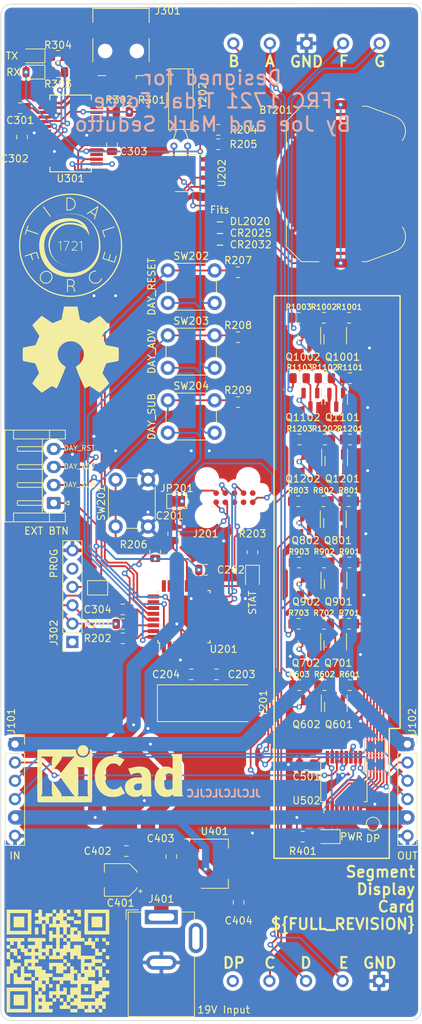
<source format=kicad_pcb>
(kicad_pcb (version 20211014) (generator pcbnew)
  (layers (0 "F.Cu" signal) (31 "B.Cu" signal) (34 "B.Paste" user) (35 "F.Paste" user) (36 "B.SilkS" user "B.Silkscreen") (37 "F.SilkS" user "F.Silkscreen") (38 "B.Mask" user) (39 "F.Mask" user) (44 "Edge.Cuts" user))
  (net 0 "")
  (net 1 "+5V")
  (net 2 "GND")
  (net 3 "Net-(C201-Pad1)")
  (net 4 "+3.3V")
  (net 5 "VBUS")
  (net 6 "/MCU/RST")
  (net 7 "Net-(C304-Pad2)")
  (net 8 "Net-(D301-Pad1)")
  (net 9 "Net-(D302-Pad1)")
  (net 10 "Net-(D401-Pad2)")
  (net 11 "+19V")
  (net 12 "Net-(R202-Pad1)")
  (net 13 "/MCU/RXD")
  (net 14 "/MCU/TXD")
  (net 15 "Net-(R301-Pad1)")
  (net 16 "Net-(C203-Pad1)")
  (net 17 "Net-(C204-Pad1)")
  (net 18 "Net-(R303-Pad1)")
  (net 22 "Net-(Q801-Pad1)")
  (net 25 "Net-(Q801-Pad3)")
  (net 26 "Net-(D201-Pad1)")
  (net 28 "Net-(BT201-Pad1)")
  (net 29 "/MCU/SCL")
  (net 38 "Net-(R304-Pad2)")
  (net 41 "Net-(Q802-Pad1)")
  (net 42 "Net-(Q802-Pad3)")
  (net 43 "Net-(Q601-Pad3)")
  (net 44 "/MCU/DAY_RESET")
  (net 45 "Net-(Q1101-Pad1)")
  (net 46 "Net-(Q1101-Pad3)")
  (net 47 "Net-(Q701-Pad3)")
  (net 48 "/MCU/DAY_ADVANCE")
  (net 50 "/MCU/DAY_SUBTRACT")
  (net 51 "Net-(Q1102-Pad1)")
  (net 52 "Net-(Q1102-Pad3)")
  (net 54 "Net-(U502-Pad7)")
  (net 55 "/MCU/SDA")
  (net 56 "Net-(U202-Pad1)")
  (net 57 "Net-(U202-Pad2)")
  (net 60 "Net-(J302-Pad4)")
  (net 65 "/Display Card/DATA_OUT")
  (net 66 "/C_OUT")
  (net 67 "/L_OUT")
  (net 68 "/D_OUT")
  (net 69 "/Display Card/SEG_B_LAMP")
  (net 70 "/Display Card/SEG_A_LAMP")
  (net 71 "/Display Card/SEG_F_LAMP")
  (net 72 "/Display Card/SEG_G_LAMP")
  (net 73 "/Display Card/SEG_C_LAMP")
  (net 74 "/Display Card/SEG_D_LAMP")
  (net 75 "/Display Card/SEG_E_LAMP")
  (net 76 "/Display Card/SEG_A")
  (net 77 "/Display Card/SEG_B")
  (net 78 "/Display Card/SEG_D")
  (net 79 "/Display Card/SEG_C")
  (net 80 "/Display Card/SEG_G")
  (net 81 "/Display Card/SEG_F")
  (net 82 "/Display Card/SEG_E")
  (net 83 "Net-(Q601-Pad1)")
  (net 84 "Net-(Q602-Pad3)")
  (net 85 "Net-(Q602-Pad1)")
  (net 86 "Net-(Q701-Pad1)")
  (net 87 "Net-(Q702-Pad1)")
  (net 88 "Net-(Q702-Pad3)")
  (net 89 "Net-(Q901-Pad1)")
  (net 90 "Net-(Q901-Pad3)")
  (net 91 "Net-(Q902-Pad1)")
  (net 92 "Net-(Q902-Pad3)")
  (net 93 "Net-(Q1001-Pad1)")
  (net 94 "Net-(Q1001-Pad3)")
  (net 95 "Net-(Q1002-Pad1)")
  (net 96 "Net-(Q1002-Pad3)")
  (net 97 "Net-(Q1201-Pad1)")
  (net 98 "Net-(Q1201-Pad3)")
  (net 99 "Net-(Q1202-Pad1)")
  (net 100 "Net-(Q1202-Pad3)")
  (net 101 "Net-(R201-Pad1)")
  (net 102 "/USB/USB-")
  (net 103 "/USB/USB+")
  (net 104 "/Display Card/LATCH_OUT")
  (net 105 "/Display Card/CLOCK_OUT")
  (net 110 "/MCU/ICSP_SCK")
  (net 111 "/MCU/ICSP_MISO")
  (net 112 "/MCU/ICSP_RST")
  (net 113 "/MCU/ICSP_MOSI")
  (footprint "Connector_BarrelJack:BarrelJack_GCT_DCJ200-10-A_Horizontal" (layer "F.Cu") (at 136.85 152.15)
    (fp_text reference "J401")
    (fp_text value "19V Input")
  )
  (footprint "Connector_USB:USB_Mini-B_Lumberg_2486_01_Horizontal" (layer "F.Cu") (at 131.25 32.075 180)
    (fp_text reference "J301")
    (fp_text value "USB_B_Micro" hide)
  )
  (footprint "Package_TO_SOT_SMD:SOT-23" (layer "F.Cu") (at 161.1375 88.9375 -90)
    (fp_text reference "Q1201")
    (fp_text value "MMBT3904")
  )
  (footprint "Connector:Tag-Connect_TC2050-IDC-FP_2x05_P1.27mm_Vertical" (layer "F.Cu") (at 147 94)
    (fp_text reference "J201")
    (fp_text value "Tag Connect")
  )
  (footprint "Resistor_SMD:R_0805_2012Metric" (layer "F.Cu") (at 147.5 71.75)
    (fp_text reference "R208")
    (fp_text value "10K")
  )
  (footprint "Resistor_SMD:R_0805_2012Metric" (layer "F.Cu") (at 162.8625 94.5 180)
    (fp_text reference "R801")
    (fp_text value "10K")
  )
  (footprint "Connector_JST:JST_EH_S4B-EH_1x04_P2.50mm_Horizontal" (layer "F.Cu") (at 121.9125 94.742 90)
    (fp_text reference "J202")
    (fp_text value "EXT BTN")
  )
  (footprint "LED_SMD:LED_0805_2012Metric" (layer "F.Cu") (at 119 35 180)
    (fp_text reference "D301" hide)
    (fp_text value "RX")
  )
  (footprint "Button_Switch_THT:SW_PUSH_6mm_H5mm" (layer "F.Cu") (at 137.75 62.5)
    (fp_text reference "SW202")
    (fp_text value "DAY_RESET")
  )
  (footprint "Package_TO_SOT_SMD:SOT-23" (layer "F.Cu") (at 157.55 80.4375 -90)
    (fp_text reference "Q1102")
    (fp_text value "MMBT3906")
  )
  (footprint "Package_TO_SOT_SMD:SOT-23" (layer "F.Cu") (at 161 114.4875 -90)
    (fp_text reference "Q701")
    (fp_text value "MMBT3904")
  )
  (footprint "Capacitor_SMD:C_0805_2012Metric" (layer "F.Cu") (at 130 45.05 90)
    (fp_text reference "C303")
    (fp_text value "100nF")
  )
  (footprint "1721_templates:QRCODE_AccidentCounter" (layer "F.Cu") (at 122.5 158.25)
    (fp_text reference "G***" hide)
    (fp_text value "LOGO" hide)
  )
  (footprint "KenwoodFox:5inSegment" (layer "F.Cu") (at 157.007 91.972)
    (fp_text reference "U501" hide)
    (fp_text value "5inSegment")
  )
  (footprint "Resistor_SMD:R_0805_2012Metric" (layer "F.Cu") (at 122.5 35 180)
    (fp_text reference "R303")
    (fp_text value "1K")
  )
  (footprint "Package_TO_SOT_SMD:SOT-23" (layer "F.Cu") (at 161 72.0625 -90)
    (fp_text reference "Q1001")
    (fp_text value "MMBT3904")
  )
  (footprint "Capacitor_SMD:CP_Elec_4x3" (layer "F.Cu") (at 131.2 147 180)
    (fp_text reference "C401")
    (fp_text value "10uf")
  )
  (footprint "Resistor_SMD:R_0805_2012Metric" (layer "F.Cu") (at 159.4625 102.9875 180)
    (fp_text reference "R902")
    (fp_text value "2K2")
  )
  (footprint "Capacitor_SMD:C_0805_2012Metric" (layer "F.Cu") (at 157 131 180)
    (fp_text reference "C501")
    (fp_text value "100nF")
  )
  (footprint "Battery:BatteryHolder_Keystone_3034_1x20mm" (layer "F.Cu") (at 161.75 50.5 90)
    (fp_text reference "BT201")
    (fp_text value "3v" hide)
  )
  (footprint "Resistor_SMD:R_0805_2012Metric" (layer "F.Cu") (at 131.5 111.5 180)
    (fp_text reference "R201")
    (fp_text value "1K")
  )
  (footprint "Resistor_SMD:R_0805_2012Metric" (layer "F.Cu") (at 136 101.5 90)
    (fp_text reference "R206")
    (fp_text value "1K")
  )
  (footprint "Capacitor_SMD:C_0805_2012Metric" (layer "F.Cu") (at 147.574 150.114 -90)
    (fp_text reference "C404")
    (fp_text value "1uF")
  )
  (footprint "Package_TO_SOT_SMD:SOT-23" (layer "F.Cu") (at 161.1375 80.4375 -90)
    (fp_text reference "Q1101")
    (fp_text value "MMBT3904")
  )
  (footprint "Button_Switch_THT:SW_PUSH_6mm_H5mm" (layer "F.Cu") (at 137.75 71.5)
    (fp_text reference "SW203")
    (fp_text value "DAY_ADV")
  )
  (footprint "Resistor_SMD:R_0805_2012Metric" (layer "F.Cu") (at 162.9625 102.9875 180)
    (fp_text reference "R901")
    (fp_text value "10K")
  )
  (footprint "LED_SMD:LED_0805_2012Metric" (layer "F.Cu") (at 119 32.75 180)
    (fp_text reference "D302" hide)
    (fp_text value "TX")
  )
  (footprint "Package_QFP:TQFP-32_7x7mm_P0.8mm" (layer "F.Cu") (at 140 110.5 90)
    (fp_text reference "U201")
    (fp_text value "ATmega328P-A")
  )
  (footprint "LED_SMD:LED_0805_2012Metric" (layer "F.Cu") (at 160 141 180)
    (fp_text reference "D401" hide)
    (fp_text value "PWR")
  )
  (footprint "Resistor_SMD:R_0805_2012Metric" (layer "F.Cu") (at 163.05 77.4375 180)
    (fp_text reference "R1101")
    (fp_text value "10K")
  )
  (footprint "Package_TO_SOT_SMD:SOT-23" (layer "F.Cu") (at 157.4125 114.4875 -90)
    (fp_text reference "Q702")
    (fp_text value "MMBT3906")
  )
  (footprint "Resistor_SMD:R_0805_2012Metric" (layer "F.Cu") (at 147.5 62.75)
    (fp_text reference "R207")
    (fp_text value "10K")
  )
  (footprint "Resistor_SMD:R_0805_2012Metric" (layer "F.Cu") (at 155.9625 102.9875 180)
    (fp_text reference "R903")
    (fp_text value "TBD")
  )
  (footprint "Package_SO:SSOP-28_5.3x10.2mm_P0.65mm" (layer "F.Cu") (at 124.25 43.5 180)
    (fp_text reference "U301")
    (fp_text value "FT232RL")
  )
  (footprint "Resistor_SMD:R_0805_2012Metric" (layer "F.Cu") (at 162.9125 69.0625 180)
    (fp_text reference "R1001")
    (fp_text value "10K")
  )
  (footprint "Resistor_SMD:R_0805_2012Metric" (layer "F.Cu") (at 159.4125 69.0625 180)
    (fp_text reference "R1002")
    (fp_text value "2K2")
  )
  (footprint "Package_TO_SOT_SMD:SOT-23" (layer "F.Cu") (at 161.0875 123 -90)
    (fp_text reference "Q601")
    (fp_text value "MMBT3904")
  )
  (footprint "LED_SMD:LED_0805_2012Metric" (layer "F.Cu") (at 149.5 105.0625 -90)
    (fp_text reference "D201" hide)
    (fp_text value "STAT")
  )
  (footprint "Resistor_SMD:R_0805_2012Metric" (layer "F.Cu") (at 163 120 180)
    (fp_text reference "R601")
    (fp_text value "10K")
  )
  (footprint "TestPoint:TestPoint_Pad_D1.5mm" (layer "F.Cu") (at 166.25 139.25)
    (fp_text reference "TP501" hide)
    (fp_text value "DP")
  )
  (footprint "Resistor_SMD:R_0805_2012Metric" (layer "F.Cu") (at 159.4125 111.4875 180)
    (fp_text reference "R702")
    (fp_text value "2K2")
  )
  (footprint "Resistor_SMD:R_0805_2012Metric" (layer "F.Cu") (at 149.5 101.5625 -90)
    (fp_text reference "R203")
    (fp_text value "1K")
  )
  (footprint "Capacitor_SMD:C_0805_2012Metric" (layer "F.Cu") (at 138.5 99 90)
    (fp_text reference "C201")
    (fp_text value "100nf")
  )
  (footprint "Package_TO_SOT_SMD:SOT-23" (layer "F.Cu") (at 157.4625 105.9875 -90)
    (fp_text reference "Q902")
    (fp_text value "MMBT3906")
  )
  (footprint "Connector_PinSocket_2.54mm:PinSocket_1x06_P2.54mm_Vertical" (layer "F.Cu") (at 171.025 128.175)
    (fp_text reference "J102")
    (fp_text value "OUT")
  )
  (footprint "Resistor_SMD:R_0805_2012Metric" (layer "F.Cu") (at 159.55 77.4375 180)
    (fp_text reference "R1102")
    (fp_text value "2K2")
  )
  (footprint "Package_TO_SOT_SMD:SOT-223" (layer "F.Cu") (at 144.25 144.75)
    (fp_text reference "U401")
    (fp_text value "NCV1117ST50T3G" hide)
  )
  (footprint "Connector_PinSocket_2.54mm:PinSocket_1x06_P2.54mm_Vertical" (layer "F.Cu") (at 124.5 114 180)
    (fp_text reference "J302")
    (fp_text value "PROG")
  )
  (footprint "Resistor_SMD:R_0805_2012Metric" (layer "F.Cu") (at 131.5 113.5 180)
    (fp_text reference "R202")
    (fp_text value "1K")
  )
  (footprint "Crystal:Crystal_SMD_HC49-SD" (layer "F.Cu") (at 143 122.5)
    (fp_text reference "Y201")
    (fp_text value "16mHz")
  )
  (footprint "Capacitor_SMD:C_0805_2012Metric" (layer "F.Cu") (at 144.5 118.5)
    (fp_text reference "C203")
    (fp_text value "22pf")
  )
  (footprint "Capacitor_SMD:C_0805_2012Metric" (layer "F.Cu") (at 143 104)
    (fp_text reference "C202")
    (fp_text value "100nf")
  )
  (footprint "Capacitor_SMD:C_0805_2012Metric" (layer "F.Cu") (at 131.5 109.5 180)
    (fp_text reference "C304")
    (fp_text value "100nF")
  )
  (footprint "Package_TO_SOT_SMD:SOT-23" (layer "F.Cu") (at 161.05 105.9875 -90)
    (fp_text reference "Q901")
    (fp_text value "MMBT3904")
  )
  (footprint "Resistor_SMD:R_0805_2012Metric" (layer "F.Cu") (at 144.75 43)
    (fp_text reference "R204")
    (fp_text value "10K")
  )
  (footprint "Package_TO_SOT_SMD:SOT-23" (layer "F.Cu") (at 160.95 97.5 -90)
    (fp_text reference "Q801")
    (fp_text value "MMBT3904")
  )
  (footprint "Button_Switch_THT:SW_PUSH_6mm_H5mm" (layer "F.Cu") (at 130.5 98 90)
    (fp_text reference "SW201")
    (fp_text value "RESET")
  )
  (footprint "Resistor_SMD:R_0805_2012Metric" (layer "F.Cu") (at 156 120 180)
    (fp_text reference "R603")
    (fp_text value "TBD")
  )
  (footprint "Jumper:SolderJumper-2_P1.3mm_Open_TrianglePad1.0x1.5mm" (layer "F.Cu") (at 128 106.5 180)
    (fp_text reference "JP301" hide)
    (fp_text value "SolderJumper_2_Open" hide)
  )
  (footprint "Resistor_SMD:R_0805_2012Metric" (layer "F.Cu") (at 147.5 80.75)
    (fp_text reference "R209")
    (fp_text value "10K")
  )
  (footprint "Connector_PinSocket_2.54mm:PinSocket_1x06_P2.54mm_Vertical" (layer "F.Cu") (at 116.525 128.175)
    (fp_text reference "J101")
    (fp_text value "IN")
  )
  (footprint "Capacitor_SMD:C_0805_2012Metric" (layer "F.Cu") (at 141 118.5 180)
    (fp_text reference "C204")
    (fp_text value "22pf")
  )
  (footprint "Resistor_SMD:R_0805_2012Metric" (layer "F.Cu") (at 156.05 77.4375 180)
    (fp_text reference "R1103")
    (fp_text value "TBD")
  )
  (footprint "Package_TO_SOT_SMD:SOT-23" (layer "F.Cu") (at 157.3625 97.5 -90)
    (fp_text reference "Q802")
    (fp_text value "MMBT3906")
  )
  (footprint "Resistor_SMD:R_0805_2012Metric" (layer "F.Cu") (at 163.05 85.9375 180)
    (fp_text reference "R1201")
    (fp_text value "10K")
  )
  (footprint "Symbol:OSHW-Symbol_13.4x12mm_SilkScreen" (layer "F.Cu") (at 124.25 73.5)
    (fp_text reference "REF**" hide)
    (fp_text value "OSHW-Symbol_13.4x12mm_SilkScreen" hide)
  )
  (footprint "Resistor_SMD:R_0805_2012Metric" (layer "F.Cu") (at 159.3625 94.5 180)
    (fp_text reference "R802")
    (fp_text value "2K2")
  )
  (footprint "KenwoodFox:TIDAL_FORCE_LOGO" (layer "F.Cu") (at 124.25 59)
    (fp_text reference "G***" hide)
    (fp_text value "LOGO" hide)
  )
  (footprint "Resistor_SMD:R_0805_2012Metric" (layer "F.Cu") (at 155.9125 111.4875 180)
    (fp_text reference "R703")
    (fp_text value "TBD")
  )
  (footprint "Button_Switch_THT:SW_PUSH_6mm_H5mm" (layer "F.Cu") (at 137.75 80.5)
    (fp_text reference "SW204")
    (fp_text value "DAY_SUB")
  )
  (footprint "Resistor_SMD:R_0805_2012Metric" (layer "F.Cu") (at 144.75 45)
    (fp_text reference "R205")
    (fp_text value "10K")
  )
  (footprint "Capacitor_SMD:C_0805_2012Metric" (layer "F.Cu") (at 117.25 40 180)
    (fp_text reference "C301")
    (fp_text value "100nF")
  )
  (footprint "Resistor_SMD:R_0805_2012Metric" (layer "F.Cu") (at 156.4625 141)
    (fp_text reference "R401")
    (fp_text value "1K")
  )
  (footprint "Resistor_SMD:R_0805_2012Metric" (layer "F.Cu") (at 159.5 120 180)
    (fp_text reference "R602")
    (fp_text value "2K2")
  )
  (footprint "Package_TO_SOT_SMD:SOT-23" (layer "F.Cu") (at 157.4125 72.0625 -90)
    (fp_text reference "Q1002")
    (fp_text value "MMBT3906")
  )
  (footprint "Resistor_SMD:R_0805_2012Metric" (layer "F.Cu") (at 135 40.5)
    (fp_text reference "R301")
    (fp_text value "4K7")
  )
  (footprint "Resistor_SMD:R_0805_2012Metric" (layer "F.Cu") (at 162.9125 111.4875 180)
    (fp_text reference "R701")
    (fp_text value "10K")
  )
  (footprint "Capacitor_SMD:C_0805_2012Metric" (layer "F.Cu") (at 117.5 44 -90)
    (fp_text reference "C302")
    (fp_text value "100nF")
  )
  (footprint "Capacitor_SMD:C_0805_2012Metric" (layer "F.Cu") (at 138.25 143.75 90)
    (fp_text reference "C403")
    (fp_text value "100nF")
  )
  (footprint "Resistor_SMD:R_0805_2012Metric" (layer "F.Cu") (at 155.9125 69.0625 180)
    (fp_text reference "R1003")
    (fp_text value "TBD")
  )
  (footprint "Resistor_SMD:R_0805_2012Metric" (layer "F.Cu") (at 156.05 85.9375 180)
    (fp_text reference "R1203")
    (fp_text value "TBD")
  )
  (footprint "Package_TO_SOT_SMD:SOT-23" (layer "F.Cu") (at 157.5 123 -90)
    (fp_text reference "Q602")
    (fp_text value "MMBT3906")
  )
  (footprint "Symbol:KiCad-Logo_8mm_SilkScreen" (layer "F.Cu") (at 129.75 132.25)
    (fp_text reference "REF**" hide)
    (fp_text value "KiCad-Logo_8mm_SilkScreen" hide)
  )
  (footprint "KenwoodFox:SN74HC595" (layer "F.Cu") (at 162.2 133.4 90)
    (fp_text reference "U502")
    (fp_text value "SN74HC595")
  )
  (footprint "Capacitor_SMD:C_0805_2012Metric" (layer "F.Cu") (at 132 143 180)
    (fp_text reference "C402")
    (fp_text value "100nF")
  )
  (footprint "Package_SO:SOIC-8_3.9x4.9mm_P1.27mm" (layer "F.Cu") (at 140.75 49)
    (fp_text reference "U202")
    (fp_text value "DS1307Z+")
  )
  (footprint "Resistor_SMD:R_0805_2012Metric" (layer "F.Cu") (at 159.55 85.9375 180)
    (fp_text reference "R1202")
    (fp_text value "2K2")
  )
  (footprint "Crystal:Crystal_C38-LF_D3.0mm_L8.0mm_Horizontal" (layer "F.Cu") (at 140.5 45.25 180)
    (fp_text reference "Y202")
    (fp_text value "32.768kHz")
  )
  (footprint "Resistor_SMD:R_0805_2012Metric" (layer "F.Cu") (at 131.5 40.5)
    (fp_text reference "R302")
    (fp_text value "10K")
  )
  (footprint "Package_TO_SOT_SMD:SOT-23" (layer "F.Cu") (at 157.55 88.9375 -90)
    (fp_text reference "Q1202")
    (fp_text value "MMBT3906")
  )
  (footprint "Resistor_SMD:R_0805_2012Metric" (layer "F.Cu") (at 122.5 32.75)
    (fp_text reference "R304")
    (fp_text value "1K")
  )
  (footprint "Jumper:SolderJumper-2_P1.3mm_Bridged_Pad1.0x1.5mm" (layer "F.Cu") (at 139 94.5)
    (fp_text reference "JP201")
    (fp_text value "RSTBridge")
  )
  (footprint "Resistor_SMD:R_0805_2012Metric" (layer "F.Cu") (at 155.8625 94.5 180)
    (fp_text reference "R803")
    (fp_text value "TBD")
  )
  (footprint "Jumper:SolderJumper-2_P1.3mm_Bridged_Pad1.0x1.5mm" (layer "B.Cu") (at 166.5 131)
    (fp_text reference "JP501" hide)
    (fp_text value "SolderJumper_2_Bridged" hide)
  )
  (footprint "Jumper:SolderJumper-2_P1.3mm_Bridged_Pad1.0x1.5mm" (layer "B.Cu") (at 166.5 128.5)
    (fp_text reference "JP502" hide)
    (fp_text value "SolderJumper_2_Bridged" hide)
  )
  (gr_poly (pts (xy 170 126) (xy 168.5 126) (xy 168.5 144) (xy 152.5 144) (xy 152.5 66) (xy 170 66)) (layer "F.SilkS") (width 0.2) (fill none))
  (gr_line (start 173 165) (end 173 27) (layer "Edge.Cuts") (width 0.1))
  (gr_arc (start 116.06066 166.5) (mid 115.000026 166.060646) (end 114.56066 165) (layer "Edge.Cuts") (width 0.1))
  (gr_arc (start 114.56066 27.06066) (mid 115.000012 26.000012) (end 116.06066 25.56066) (layer "Edge.Cuts") (width 0.1))
  (gr_line (start 171.5 25.5) (end 116.06066 25.56066) (layer "Edge.Cuts") (width 0.1))
  (gr_line (start 114.56066 27.06066) (end 114.56066 165) (layer "Edge.Cuts") (width 0.1))
  (gr_line (start 171.5 166.5) (end 116.06066 166.5) (layer "Edge.Cuts") (width 0.1))
  (gr_arc (start 171.5 25.5) (mid 172.56066 25.93934) (end 173 27) (layer "Edge.Cuts") (width 0.1))
  (gr_arc (start 173 165) (mid 172.56066 166.06066) (end 171.5 166.5) (layer "Edge.Cuts") (width 0.1))
  (gr_text "Designed for\nFRC 1721 Tidal Force\nBy Joe and Mark Sedutto" (at 144 39) (layer "B.SilkS") (effects (font (size 2 2) (thickness 0.3)) (justify mirror)))
  (gr_text "JLCJLCJLCJLC" (at 145.5 135) (layer "B.SilkS") (effects (font (size 1 1) (thickness 0.25)) (justify mirror)))
  (gr_text "DAY_SUB" (at 125.476 92.202) (layer "F.SilkS") (effects (font (size 0.7 0.7) (thickness 0.1))))
  (gr_text "DAY_RST" (at 125.476 87.122) (layer "F.SilkS") (effects (font (size 0.7 0.7) (thickness 0.1))))
  (gr_text "Segment\nDisplay\nCard\n${FULL_REVISION}" (at 172.25 149.5) (layer "F.SilkS") (effects (font (size 1.5 1.5) (thickness 0.3)) (justify right)))
  (gr_text "DAY_ADV\n" (at 125.476 89.662) (layer "F.SilkS") (effects (font (size 0.7 0.7) (thickness 0.1))))
  (gr_text "Fits\n - DL2020\n - CR2025\n - CR2032" (at 143.5 56.5) (layer "F.SilkS") (effects (font (size 1 1)) (justify left)))
  (segment (start 145.73 94.635) (end 146 94.905) (width 0.25) (layer "F.Cu") (net 1))
  (segment (start 127.665 138.335) (end 127.665 130.835) (width 2) (layer "F.Cu") (net 1))
  (segment (start 146 94.905) (end 146 96.75) (width 0.25) (layer "F.Cu") (net 1))
  (segment (start 139.6 112.1) (end 139 111.5) (width 0.25) (layer "F.Cu") (net 1))
  (segment (start 118.0625 35) (end 118.0625 32.75) (width 0.25) (layer "F.Cu") (net 1))
  (segment (start 146.664 149.164) (end 147.574 149.164) (width 1) (layer "F.Cu") (net 1))
  (segment (start 143.8375 46.4825) (end 143.225 47.095) (width 0.25) (layer "F.Cu") (net 1))
  (segment (start 127.85 45.775) (end 128.775 45.775) (width 0.25) (layer "F.Cu") (net 1))
  (segment (start 159.925 129.9875) (end 159.925 130.925) (width 0.25) (layer "F.Cu") (net 1))
  (segment (start 129 46) (end 130 46) (width 0.25) (layer "F.Cu") (net 1))
  (segment (start 139.6 114.75) (end 139.6 112.1) (width 0.25) (layer "F.Cu") (net 1))
  (segment (start 143.8375 43) (end 143.8375 45) (width 0.25) (layer "F.Cu") (net 1))
  (segment (start 163.825 131.175) (end 163.5 131.5) (width 0.25) (layer "F.Cu") (net 1))
  (segment (start 163.825 129.9875) (end 163.825 131.175) (width 0.25) (layer "F.Cu") (net 1))
  (segment (start 142.25 44.5875) (end 143.8375 43) (width 0.25) (layer "F.Cu") (net 1))
  (segment (start 143.8375 45) (end 143.8375 46.4825) (width 0.25) (layer "F.Cu") (net 1))
  (segment (start 127.665 130.835) (end 133 125.5) (width 2) (layer "F.Cu") (net 1))
  (segment (start 138.25 144.7) (end 141.05 144.7) (width 1) (layer "F.Cu") (net 1))
  (segment (start 117.5 43.05) (end 118.250199 43.05) (width 0.25) (layer "F.Cu") (net 1))
  (segment (start 142 106.25) (end 142 104.05) (width 0.25) (layer "F.Cu") (net 1))
  (segment (start 141.2 113.7) (end 139 111.5) (width 0.25) (layer "F.Cu") (net 1))
  (segment (start 145.73 94.73) (end 145.73 94.635) (width 0.25) (layer "F.Cu") (net 1))
  (segment (start 128.725 106.5) (end 128.5 106.5) (width 0.25) (layer "F.Cu") (net 1))
  (segment (start 143 145.5) (end 146.664 149.164) (width 1) (layer "F.Cu") (net 1))
  (segment (start 118.775199 42.525) (end 120.65 42.525) (width 0.25) (layer "F.Cu") (net 1))
  (segment (start 121.9125 94.742) (end 124.841 94.742) (width 0.25) (layer "F.Cu") (net 1))
  (segment (start 126.614837 45.775) (end 126.422478 45.967359) (width 0.25) (layer "F.Cu") (net 1))
  (segment (start 127.85 45.775) (end 126.614837 45.775) (width 0.25) (layer "F.Cu") (net 1))
  (segment (start 155.55 141) (end 155.665 140.885) (width 0.25) (layer "F.Cu") (net 1))
  (segment (start 124.841 94.742) (end 127.8255 97.7265) (width 0.25) (layer "F.Cu") (net 1))
  (segment (start 118.250199 43.05) (end 118.775199 42.525) (width 0.25) (layer "F.Cu") (net 1))
  (segment (start 128.775 45.775) (end 129 46) (width 0.25) (layer "F.Cu") (net 1))
  (segment (start 141.05 144.7) (end 141.1 144.75) (width 1) (layer "F.Cu") (net 1))
  (segment (start 121.975 42.525) (end 120.65 42.525) (width 0.25) (layer "F.Cu") (net 1))
  (segment (start 122 42.5) (end 121.975 42.525) (width 0.25) (layer "F.Cu") (net 1))
  (segment (start 159.925 130.925) (end 160.5 131.5) (width 0.25) (layer "F.Cu") (net 1))
  (segment (start 142.25 46) (end 142.25 44.5875) (width 0.25) (layer "F.Cu") (net 1))
  (segment (start 142.25 144.75) (end 143 145.5) (width 1) (layer "F.Cu") (net 1))
  (segment (start 127.8255 102.598292) (end 128.5 103.272792) (width 0.25) (layer "F.Cu") (net 1))
  (segment (start 159.925 129.9875) (end 158.9625 129.9875) (width 0.25) (layer "F.Cu") (net 1))
  (segment (start 136 102.4125) (end 136 102.5) (width 0.25) (layer "F.Cu") (net 1))
  (segment (start 142 104.05) (end 142.05 104) (width 0.25) (layer "F.Cu") (net 1))
  (segment (start 127.8255 100.75) (end 127.8255 102.598292) (width 0.25) (layer "F.Cu") (net 1))
  (segment (start 155.665 140.885) (end 155.665 138.335) (width 0.25) (layer "F.Cu") (net 1))
  (segment (start 146 96.75) (end 145.5 97.25) (width 0.25) (layer "F.Cu") (net 1))
  (segment (start 141.2 114.75) (end 141.2 113.7) (width 0.25) (layer "F.Cu") (net 1))
  (segment (start 127.8255 97.7265) (end 127.8255 100.75) (width 0.25) (layer "F.Cu") (net 1))
  (segment (start 158.9625 129.9875) (end 157.95 131) (width 0.25) (layer "F.Cu") (net 1))
  (segment (start 128.5 106.275) (end 128.725 106.5) (width 0.25) (layer "F.Cu") (net 1))
  (segment (start 141.1 144.75) (end 142.25 144.75) (width 1) (layer "F.Cu") (net 1))
  (segment (start 128.5 103.272792) (end 128.5 106.275) (width 0.25) (layer "F.Cu") (net 1))
  (via (at 163.5 131.5) (size 0.8) (drill 0.4) (layers "F.Cu" "B.Cu") (net 1))
  (via (at 127.665 138.335) (size 0.8) (drill 0.4) (layers "F.Cu" "B.Cu") (net 1))
  (via (at 118.0625 35) (size 0.8) (drill 0.4) (layers "F.Cu" "B.Cu") (net 1))
  (via (at 142.05 104) (size 0.8) (drill 0.4) (layers "F.Cu" "B.Cu") (net 1))
  (via (at 122 42.5) (size 0.8) (drill 0.4) (layers "F.Cu" "B.Cu") (net 1))
  (via (at 139 111.5) (size 0.8) (drill 0.4) (layers "F.Cu" "B.Cu") (net 1))
  (via (at 133 125.5) (size 0.8) (drill 0.4) (layers "F.Cu" "B.Cu") (net 1))
  (via (at 142.25 46) (size 0.8) (drill 0.4) (layers "F.Cu" "B.Cu") (net 1))
  (via (at 127.8255 100.75) (size 0.8) (drill 0.4) (layers "F.Cu" "B.Cu") (net 1))
  (via (at 126.422478 45.967359) (size 0.8) (drill 0.4) (layers "F.Cu" "B.Cu") (net 1))
  (via (at 143 145.5) (size 0.8) (drill 0.4) (layers "F.Cu" "B.Cu") (net 1))
  (via (at 136 102.5) (size 0.8) (drill 0.4) (layers "F.Cu" "B.Cu") (net 1))
  (via (at 145.5 97.25) (size 0.8) (drill 0.4) (layers "F.Cu" "B.Cu") (net 1))
  (via (at 155.665 138.335) (size 0.8) (drill 0.4) (layers "F.Cu" "B.Cu") (net 1))
  (via (at 160.5 131.5) (size 0.8) (drill 0.4) (layers "F.Cu" "B.Cu") (net 1))
  (segment (start 140.55 102.5) (end 142.05 104) (width 0.25) (layer "B.Cu") (net 1))
  (segment (start 144.25 67) (end 142.75 67) (width 0.25) (layer "B.Cu") (net 1))
  (segment (start 171.025 138.335) (end 158.835 138.335) (width 2) (layer "B.Cu") (net 1))
  (segment (start 160.5 135.5) (end 160.5 136) (width 0.25) (layer "B.Cu") (net 1))
  (segment (start 141.5 76) (end 142.25 76.75) (width 0.25) (layer "B.Cu") (net 1))
  (segment (start 155.665 138.335) (end 138.665 138.335) (width 2) (layer "B.Cu") (net 1))
  (segment (start 130.5 102.5) (end 136 102.5) (width 0.25) (layer "B.Cu") (net 1))
  (segment (start 142.25 87.75) (end 142.25 88.75) (width 0.25) (layer "B.Cu") (net 1))
  (segment (start 141.5 67) (end 142.25 67.75) (width 0.25) (layer "B.Cu") (net 1))
  (segment (start 133 117.5) (end 139 111.5) (width 2) (layer "B.Cu") (net 1))
  (segment (start 128.75 100.75) (end 130.5 102.5) (width 0.25) (layer "B.Cu") (net 1))
  (segment (start 137.75 76) (end 141.5 76) (width 0.25) (layer "B.Cu") (net 1))
  (segment (start 143 85) (end 142.25 84.25) (width 0.25) (layer "B.Cu") (net 1))
  (segment (start 143 145.5) (end 143 142.5) (width 1) (layer "B.Cu") (net 1))
  (segment (start 142.25 84.25) (end 142.25 85.5) (width 0.25) (layer "B.Cu") (net 1))
  (segment (start 136 102.5) (end 139 102.5) (width 0.25) (layer "B.Cu") (net 1))
  (segment (start 122 42.639837) (end 125.360163 46) (width 0.25) (layer "B.Cu") (net 1))
  (segment (start 139 92) (end 142.25 88.75) (width 0.25) (layer "B.Cu") (net 1))
  (segment (start 139.225 98.725) (end 139 98.5) (width 0.25) (layer "B.Cu") (net 1))
  (segment (start 137.75 85) (end 141.75 85) (width 0.25) (layer "B.Cu") (net 1))
  (segment (start 139 102.5) (end 140.55 102.5) (width 0.25) (layer "B.Cu") (net 1))
  (segment (start 142.25 67.75) (end 142.25 75.25) (width 0.25) (layer "B.Cu") (net 1))
  (segment (start 142.25 66.5) (end 142.25 67.75) (width 0.25) (layer "B.Cu") (net 1))
  (segment (start 118.0625 38.702337) (end 118.0625 35) (width 0.25) (layer "B.Cu") (net 1))
  (segment (start 163.5 132.5) (end 160.5 135.5) (width 0.25) (layer "B.Cu") (net 1))
  (segment (start 143 76) (end 142.25 75.25) (width 0.25) (layer "B.Cu") (net 1))
  (segment (start 142.25 75.25) (end 142.25 76.75) (width 0.25) (layer "B.Cu") (net 1))
  (segment (start 142.25 46) (end 142.25 66.5) (width 0.25) (layer "B.Cu") (net 1))
  (segment (start 127.8255 100.75) (end 128.75 100.75) (width 0.25) (layer "B.Cu") (net 1))
  (segment (start 144.25 76) (end 143 76) (width 0.25) (layer "B.Cu") (net 1))
  (segment (start 138.665 138.335) (end 116.525 138.335) (width 2) (layer "B.Cu") (net 1))
  (segment (start 145.5 97.25) (end 144.025 98.725) (width 0.25) (layer "B.Cu") (net 1))
  (segment (start 142.75 67) (end 142.25 66.5) (width 0.25) (layer "B.Cu") (net 1))
  (segment (start 163.5 131.5) (end 163.5 132.5) (width 0.25) (layer "B.Cu") (net 1))
  (segment (start 122 42.5) (end 121.860163 42.5) (width 0.25) (layer "B.Cu") (net 1))
  (segment (start 137.75 67) (end 141.5 67) (width 0.25) (layer "B.Cu") (net 1))
  (segment (start 144.25 85) (end 143 85) (width 0.25) (layer "B.Cu") (net 1))
  (segment (start 133 125.5) (end 133 117.5) (width 2) (layer "B.Cu") (net 1))
  (segment (start 139 102.5) (end 139 92) (width 0.25) (layer "B.Cu") (net 1))
  (segment (start 141.75 85) (end 142.25 85.5) (width 0.25) (layer "B.Cu") (net 1))
  (segment (start 142.25 76.75) (end 142.25 84.25) (width 0.25) (layer "B.Cu") (net 1))
  (segment (start 158.835 137.665) (end 158.835 138.335) (width 0.25) (layer "B.Cu") (net 1))
  (segment (start 142.25 85.5) (end 142.25 87.75) (width 0.25) (layer "B.Cu") (net 1))
  (segment (start 158.835 138.335) (end 155.665 138.335) (width 2) (layer "B.Cu") (net 1))
  (segment (start 160.5 136) (end 158.835 137.665) (width 0.25) (layer "B.Cu") (net 1))
  (segment (start 160.5 131.5) (end 160.5 136) (width 0.25) (layer "B.Cu") (net 1))
  (segment (start 144.025 98.725) (end 139.225 98.725) (width 0.25) (layer "B.Cu") (net 1))
  (segment (start 122 42.5) (end 122 42.639837) (width 0.25) (layer "B.Cu") (net 1))
  (segment (start 139 111.5) (end 139 102.5) (width 2) (layer "B.Cu") (net 1))
  (segment (start 125.360163 46) (end 142.25 46) (width 0.25) (layer "B.Cu") (net 1))
  (segment (start 138.835 138.335) (end 138.665 138.335) (width 1) (layer "B.Cu") (net 1))
  (segment (start 121.860163 42.5) (end 118.0625 38.702337) (width 0.25) (layer "B.Cu") (net 1))
  (segment (start 143 142.5) (end 138.835 138.335) (width 1) (layer "B.Cu") (net 1))
  (segment (start 164 125) (end 161.875 127.125) (width 0.25) (layer "F.Cu") (net 2))
  (segment (start 139.5 116.5) (end 138.8 115.8) (width 0.25) (layer "F.Cu") (net 2))
  (segment (start 121.775 45.775) (end 122 46) (width 0.25) (layer "F.Cu") (net 2))
  (segment (start 126.561744 43.825) (end 126.492368 43.755624) (width 0.25) (layer "F.Cu") (net 2))
  (segment (start 122.25 41) (end 122.025 41.225) (width 0.25) (layer "F.Cu") (net 2))
  (segment (start 139.6 107.3) (end 140.3 108) (width 0.25) (layer "F.Cu") (net 2))
  (segment (start 138.8 115.8) (end 138.8 114.75) (width 0.25) (layer "F.Cu") (net 2))
  (segment (start 122.025 41.225) (end 120.65 41.225) (width 0.25) (layer "F.Cu") (net 2))
  (segment (start 142.022451 93.022451) (end 141.5 92.5) (width 0.25) (layer "F.Cu") (net 2))
  (segment (start 144.117451 93.022451) (end 143.022451 93.022451) (width 0.25) (layer "F.Cu") (net 2))
  (segment (start 164.5 125) (end 164 125) (width 0.25) (layer "F.Cu") (net 2))
  (segment (start 139.5 116.5) (end 140.4 115.6) (width 0.25) (layer "F.Cu") (net 2))
  (segment (start 166.1875 136.8125) (end 166.5 136.5) (width 0.25) (layer "F.Cu") (net 2))
  (segment (start 139.6 106.25) (end 139.6 107.3) (width 0.25) (layer "F.Cu") (net 2))
  (segment (start 119.450704 43.175) (end 119.202009 43.423695) (width 0.25) (layer "F.Cu") (net 2))
  (segment (start 120.65 45.775) (end 121.775 45.775) (width 0.25) (layer "F.Cu") (net 2))
  (segment (start 140.3 108) (end 141 108) (width 0.25) (layer "F.Cu") (net 2))
  (segment (start 140.4 115.6) (end 140.4 114.75) (width 0.25) (layer "F.Cu") (net 2))
  (segment (start 161.875 127.125) (end 161.875 129.9875) (width 0.25) (layer "F.Cu") (net 2))
  (segment (start 144.46 93.365) (end 144.117451 93.022451) (width 0.25) (layer "F.Cu") (net 2))
  (segment (start 120.65 43.175) (end 119.450704 43.175) (width 0.25) (layer "F.Cu") (net 2))
  (segment (start 127.85 43.825) (end 126.561744 43.825) (width 0.25) (layer "F.Cu") (net 2))
  (segment (start 143.022451 93.022451) (end 142.022451 93.022451) (width 0.25) (layer "F.Cu") (net 2))
  (segment (start 121.575 46.425) (end 122 46) (width 0.25) (layer "F.Cu") (net 2))
  (segment (start 120.65 46.425) (end 121.575 46.425) (width 0.25) (layer "F.Cu") (net 2))
  (segment (start 164.475 136.8125) (end 166.1875 136.8125) (width 0.25) (layer "F.Cu") (net 2))
  (via (at 165.25 99) (size 0.8) (drill 0.4) (layers "F.Cu" "B.Cu") (net 2))
  (via (at 127.5 66) (size 0.8) (drill 0.4) (layers "F.Cu" "B.Cu") (net 2))
  (via (at 164.5 125) (size 0.8) (drill 0.4) (layers "F.Cu" "B.Cu") (net 2))
  (via (at 135 126) (size 0.8) (drill 0.4) (layers "F.Cu" "B.Cu") (net 2))
  (via (at 119.202009 43.423695) (size 0.8) (drill 0.4) (layers "F.Cu" "B.Cu") (net 2))
  (via (at 162 132.5) (size 0.8) (drill 0.4) (layers "F.Cu" "B.Cu") (net 2))
  (via (at 134.5 136) (size 0.8) (drill 0.4) (layers "F.Cu" "B.Cu") (net 2))
  (via (at 124.5 88) (size 0.8) (drill 0.4) (layers "F.Cu" "B.Cu") (net 2))
  (via (at 139.5 116.5) (size 0.8) (drill 0.4) (layers "F.Cu" "B.Cu") (net 2))
  (via (at 148.5 108) (size 0.8) (drill 0.4) (layers "F.Cu" "B.Cu") (net 2))
  (via (at 165.5 81.5) (size 0.8) (drill 0.4) (layers "F.Cu" "B.Cu") (net 2))
  (via (at 150.5 128.5) (size 0.8) (drill 0.4) (layers "F.Cu" "B.Cu") (net 2))
  (via (at 143.5 87.5) (size 0.8) (drill 0.4) (layers "F.Cu" "B.Cu") (net 2))
  (via (at 122.25 41) (size 0.8) (drill 0.4) (layers "F.Cu" "B.Cu") (net 2))
  (via (at 130.5 87.5) (size 0.8) (drill 0.4) (layers "F.Cu" "B.Cu") (net 2))
  (via (at 126.492368 43.755624) (size 0.8) (drill 0.4) (layers "F.Cu" "B.Cu") (net 2))
  (via (at 166.5 136.5) (size 0.8) (drill 0.4) (layers "F.Cu" "B.Cu") (net 2))
  (via (at 141 87.5) (size 0.8) (drill 0.4) (layers "F.Cu" "B.Cu") (net 2))
  (via (at 149.5 140.5) (size 0.8) (drill 0.4) (layers "F.Cu" "B.Cu") (net 2))
  (via (at 135 96) (size 0.8) (drill 0.4) (layers "F.Cu" "B.Cu") (net 2))
  (via (at 127.5 85.5) (size 0.8) (drill 0.4) (layers "F.Cu" "B.Cu") (net 2))
  (via (at 130.5 66) (size 0.8) (drill 0.4) (layers "F.Cu" "B.Cu") (net 2))
  (via (at 122 46) (size 0.8) (drill 0.4) (layers "F.Cu" "B.Cu") (net 2))
  (via (at 141 108) (size 0.8) (drill 0.4) (layers "F.Cu" "B.Cu") (net 2))
  (via (at 140 98) (size 0.8) (drill 0.4) (layers "F.Cu" "B.Cu") (net 2))
  (via (at 165 107.5) (size 0.8) (drill 0.4) (layers "F.Cu" "B.Cu") (net 2))
  (via (at 165.75 73.25) (size 0.8) (drill 0.4) (layers "F.Cu" "B.Cu") (net 2))
  (via (at 154.5 131) (size 0.8) (drill 0.4) (layers "F.Cu" "B.Cu") (net 2))
  (via (at 145.5 100) (size 0.8) (drill 0.4) (layers "F.Cu" "B.Cu") (net 2))
  (via (at 164.5 115.75) (size 0.8) (drill 0.4) (layers "F.Cu" "B.Cu") (net 2))
  (via (at 154.75 116) (size 0.8) (drill 0.4) (layers "F.Cu" "B.Cu") (net 2))
  (via (at 165.5 90.25) (size 0.8) (drill 0.4) (layers "F.Cu" "B.Cu") (net 2))
  (segment (start 138.5 101) (end 140.4 102.9) (width 0.25) (layer "F.Cu") (net 3))
  (segment (start 140.4 102.9) (end 140.4 106.25) (width 0.25) (layer "F.Cu") (net 3))
  (segment (start 138.5 99.95) (end 138.5 101) (width 0.25) (layer "F.Cu") (net 3))
  (segment (start 120.65 40.6) (end 120.575 40.675) (width 0.25) (layer "F.Cu") (net 4))
  (segment (start 119 40) (end 118.2 40) (width 0.25) (layer "F.Cu") (net 4))
  (segment (start 120.575 40.675) (end 119.675 40.675) (width 0.25) (layer "F.Cu") (net 4))
  (segment (start 119.675 40.675) (end 119 40) (width 0.25) (layer "F.Cu") (net 4))
  (segment (start 120.65 40.575) (end 120.65 40.6) (width 0.25) (layer "F.Cu") (net 4))
  (segment (start 132.85 34.775) (end 132.85 35.35) (width 0.25) (layer "F.Cu") (net 5))
  (segment (start 132.85 35.35) (end 135.9125 38.4125) (width 0.25) (layer "F.Cu") (net 5))
  (segment (start 135.9125 38.4125) (end 135.9125 40.5) (width 0.25) (layer "F.Cu") (net 5))
  (segment (start 132.45 105.2) (end 131.75 104.5) (width 0.25) (layer "F.Cu") (net 6))
  (segment (start 131.0875 100.5875) (end 130.5 100) (width 0.25) (layer "F.Cu") (net 6))
  (segment (start 135.75 110.9) (end 134.9 110.9) (width 0.25) (layer "F.Cu") (net 6))
  (segment (start 137.5 94.5) (end 138.35 94.5) (width 0.25) (layer "F.Cu") (net 6))
  (segment (start 133.75 103.25) (end 133.75 102.8375) (width 0.25) (layer "F.Cu") (net 6))
  (segment (start 137 98.5) (end 137 95) (width 0.25) (layer "F.Cu") (net 6))
  (segment (start 130.5 100) (end 130.5 98) (width 0.25) (layer "F.Cu") (net 6))
  (segment (start 136 99.5) (end 137 98.5) (width 0.25) (layer "F.Cu") (net 6))
  (segment (start 137 95) (end 137.5 94.5) (width 0.25) (layer "F.Cu") (net 6))
  (segment (start 133.5 109.5) (end 132.45 109.5) (width 0.25) (layer "F.Cu") (net 6))
  (segment (start 133.75 102.8375) (end 136 100.5875) (width 0.25) (layer "F.Cu") (net 6))
  (segment (start 134.9 110.9) (end 133.5 109.5) (width 0.25) (layer "F.Cu") (net 6))
  (segment (start 136 100.5875) (end 136 99.5) (width 0.25) (layer "F.Cu") (net 6))
  (segment (start 132.45 109.5) (end 132.45 105.2) (width 0.25) (layer "F.Cu") (net 6))
  (segment (start 130.5 98) (end 130.5 91.5) (width 0.25) (layer "F.Cu") (net 6))
  (segment (start 136 100.5875) (end 131.0875 100.5875) (width 0.25) (layer "F.Cu") (net 6))
  (via (at 131.75 104.5) (size 0.8) (drill 0.4) (layers "F.Cu" "B.Cu") (net 6))
  (via (at 133.75 103.25) (size 0.8) (drill 0.4) (layers "F.Cu" "B.Cu") (net 6))
  (segment (start 133 103.25) (end 133.75 103.25) (width 0.25) (layer "B.Cu") (net 6))
  (segment (start 131.75 104.5) (end 133 103.25) (width 0.25) (layer "B.Cu") (net 6))
  (segment (start 125.75 52) (end 125.75 47.5) (width 0.25) (layer "F.Cu") (net 7))
  (segment (start 130.55 109.5) (end 128.625 107.575) (width 0.25) (layer "F.Cu") (net 7))
  (segment (start 128.625 107.575) (end 122.575 107.575) (width 0.25) (layer "F.Cu") (net 7))
  (segment (start 117.74 60.01) (end 125.75 52) (width 0.25) (layer "F.Cu") (net 7))
  (segment (start 125.75 47.5) (end 126.175 47.075) (width 0.25) (layer "F.Cu") (net 7))
  (segment (start 126.175 47.075) (end 127.85 47.075) (width 0.25) (layer "F.Cu") (net 7))
  (segment (start 117.74 102.74) (end 117.74 60.01) (width 0.25) (layer "F.Cu") (net 7))
  (segment (start 122.575 107.575) (end 117.74 102.74) (width 0.25) (layer "F.Cu") (net 7))
  (segment (start 119.9375 35) (end 121.5875 35) (width 0.25) (layer "F.Cu") (net 8))
  (segment (start 119.9375 32.75) (end 121.5875 32.75) (width 0.25) (layer "F.Cu") (net 9))
  (segment (start 159.0625 141) (end 157.375 141) (width 0.25) (layer "F.Cu") (net 10))
  (segment (start 156.4625 72.0375) (end 156 72.5) (width 0.25) (layer "F.Cu") (net 11))
  (segment (start 136.05 147.05) (end 141.1 147.05) (width 2) (layer "F.Cu") (net 11))
  (segment (start 136.85 147.85) (end 136.05 147.05) (width 2) (layer "F.Cu") (net 11))
  (segment (start 135 146) (end 135 144) (width 2) (layer "F.Cu") (net 11))
  (segment (start 135 138.5) (end 138.5 135) (width 2) (layer "F.Cu") (net 11))
  (segment (start 138.5 131.35) (end 135.325 128.175) (width 2) (layer "F.Cu") (net 11))
  (segment (start 156.4125 96.5625) (end 156.4125 97.0875) (width 0.25) (layer "F.Cu") (net 11))
  (segment (start 156.5125 105.4875) (end 156 106) (width 0.25) (layer "F.Cu") (net 11))
  (segment (start 156.55 122.0625) (end 156.55 122.45) (width 0.25) (layer "F.Cu") (net 11))
  (segment (start 134 143) (end 135 144) (width 0.25) (layer "F.Cu") (net 11))
  (segment (start 156.6 79.9) (end 156 80.5) (width 0.25) (layer "F.Cu") (net 11))
  (segment (start 156.6 88) (end 156.6 88.4) (width 0.25) (layer "F.Cu") (net 11))
  (segment (start 134 147) (end 133 147) (width 2) (layer "F.Cu") (net 11))
  (segment (start 132.95 143) (end 134 143) (width 0.25) (layer "F.Cu") (net 11))
  (segment (start 156.4625 71.125) (end 156.4625 72.0375) (width 0.25) (layer "F.Cu") (net 11))
  (segment (start 156.5125 105.05) (end 156.5125 105.4875) (width 0.25) (layer "F.Cu") (net 11))
  (segment (start 136.85 152.15) (end 136.85 147.85) (width 2) (layer "F.Cu") (net 11))
  (segment (start 135 144) (end 135 138.5) (width 2) (layer "F.Cu") (net 11))
  (segment (start 135 146) (end 134 147) (width 2) (layer "F.Cu") (net 11))
  (segment (start 156.4125 97.0875) (end 156 97.5) (width 0.25) (layer "F.Cu") (net 11))
  (segment (start 156.55 122.45) (end 156 123) (width 0.25) (layer "F.Cu") (net 11))
  (segment (start 138.5 135) (end 138.5 131.35) (width 2) (layer "F.Cu") (net 11))
  (segment (start 156.4625 114.5375) (end 156 115) (width 0.25) (layer "F.Cu") (net 11))
  (segment (start 156.4625 113.55) (end 156.4625 114.5375) (width 0.25) (layer "F.Cu") (net 11))
  (segment (start 156.6 79.5) (end 156.6 79.9) (width 0.25) (layer "F.Cu") (net 11))
  (segment (start 135 146) (end 136.05 147.05) (width 2) (layer "F.Cu") (net 11))
  (segment (start 156.6 88.4) (end 156 89) (width 0.25) (layer "F.Cu") (net 11))
  (via (at 156 97.5) (size 0.8) (drill 0.4) (layers "F.Cu" "B.Cu") (net 11))
  (via (at 156 72.5) (size 0.8) (drill 0.4) (layers "F.Cu" "B.Cu") (net 11))
  (via (at 156 80.5) (size 0.8) (drill 0.4) (layers "F.Cu" "B.Cu") (net 11))
  (via (at 156 123) (size 0.8) (drill 0.4) (layers "F.Cu" "B.Cu") (net 11))
  (via (at 156 89) (size 0.8) (drill 0.4) (layers "F.Cu" "B.Cu") (net 11))
  (via (at 135.325 128.175) (size 0.8) (drill 0.4) (layers "F.Cu" "B.Cu") (net 11))
  (via (at 156 106) (size 0.8) (drill 0.4) (layers "F.Cu" "B.Cu") (net 11))
  (via (at 156 115) (size 0.8) (drill 0.4) (layers "F.Cu" "B.Cu") (net 11))
  (segment (start 154 122.5) (end 156.75 119.75) (width 2) (layer "B.Cu") (net 11))
  (segment (start 153 123.5) (end 154 122.5) (width 2) (layer "B.Cu") (net 11))
  (segment (start 163 106) (end 163 95.5) (width 2) (layer "B.Cu") (net 11))
  (segment (start 156.75 119.75) (end 163 113.5) (width 2) (layer "B.Cu") (net 11))
  (segment (start 156 72.5) (end 163 79.5) (width 0.25) (layer "B.Cu") (net 11))
  (segment (start 156 106.5) (end 163 113.5) (width 0.25) (layer "B.Cu") (net 11))
  (segment (start 156 97.5) (end 163 104.5) (width 0.25) (layer "B.Cu") (net 11))
  (segment (start 156 106) (end 156 106.5) (width 0.25) (layer "B.Cu") (net 11))
  (segment (start 135.325 128.175) (end 116.525 128.175) (width 2) (layer "B.Cu") (net 11))
  (segment (start 163 95.5) (end 163 88) (width 2) (layer "B.Cu") (net 11))
  (segment (start 156.75 115.75) (end 156.75 119.75) (width 0.25) (layer "B.Cu") (net 11))
  (segment (start 162.5 95.5) (end 163 95.5) (width 0.25) (layer "B.Cu") (net 11))
  (segment (start 156 115) (end 156.75 115.75) (width 0.25) (layer "B.Cu") (net 11))
  (segment (start 163 79.5) (end 163 80.5) (width 0.25) (layer "B.Cu") (net 11))
  (segment (start 163 113.5) (end 163 109) (width 2) (layer "B.Cu") (net 11))
  (segment (start 153.5 123) (end 153 123.5) (width 0.25) (layer "B.Cu") (net 11))
  (segment (start 156 123) (end 153.5 123) (width 0.25) (layer "B.Cu") (net 11))
  (segment (start 156 80.5) (end 163 87.5) (width 0.25) (layer "B.Cu") (net 11))
  (segment (start 135.325 128.175) (end 148.325 128.175) (width 2) (layer "B.Cu") (net 11))
  (segment (start 163 87.5) (end 163 88) (width 0.25) (layer "B.Cu") (net 11))
  (segment (start 148.325 128.175) (end 154 122.5) (width 2) (layer "B.Cu") (net 11))
  (segment (start 162.5 114) (end 162.5 120.5) (width 2) (layer "B.Cu") (net 11))
  (segment (start 156 89) (end 162.5 95.5) (width 0.25) (layer "B.Cu") (net 11))
  (segment (start 163 113.5) (end 162.5 114) (width 2) (layer "B.Cu") (net 11))
  (segment (start 163 88) (end 163 80.5) (width 2) (layer "B.Cu") (net 11))
  (segment (start 162.5 120.5) (end 170.175 128.175) (width 2) (layer "B.Cu") (net 11))
  (segment (start 163 104.5) (end 163 106) (width 0.25) (layer "B.Cu") (net 11))
  (segment (start 163 109) (end 163 106) (width 2) (layer "B.Cu") (net 11))
  (segment (start 170.175 128.175) (end 171.025 128.175) (width 2) (layer "B.Cu") (net 11))
  (segment (start 133.5 113.5) (end 132.4125 113.5) (width 0.25) (layer "F.Cu") (net 12))
  (segment (start 135.75 112.5) (end 134.5 112.5) (width 0.25) (layer "F.Cu") (net 12))
  (segment (start 134.5 112.5) (end 133.5 113.5) (width 0.25) (layer "F.Cu") (net 12))
  (segment (start 116.84 103.8) (end 116.84 59.523604) (width 0.25) (layer "F.Cu") (net 13))
  (segment (start 116.84 59.523604) (end 124.85 51.513604) (width 0.25) (layer "F.Cu") (net 13))
  (segment (start 124.85 51.513604) (end 124.85 48.1) (width 0.25) (layer "F.Cu") (net 13))
  (segment (start 124.5 111.46) (end 116.84 103.8) (width 0.25) (layer "F.Cu") (net 13))
  (segment (start 130.5 111.5) (end 130.5875 111.5) (width 0.25) (layer "F.Cu") (net 13))
  (segment (start 124.85 48.1) (end 124.5 47.75) (width 0.25) (layer "F.Cu") (net 13))
  (segment (start 127.875 47.75) (end 127.85 47.725) (width 0.25) (layer "F.Cu") (net 13))
  (segment (start 130 47.75) (end 127.875 47.75) (width 0.25) (layer "F.Cu") (net 13))
  (via (at 130.5 111.5) (size 0.8) (drill 0.4) (layers "F.Cu" "B.Cu") (net 13))
  (via (at 130 47.75) (size 0.8) (drill 0.4) (layers "F.Cu" "B.Cu") (net 13))
  (via (at 124.5 47.75) (size 0.8) (drill 0.4) (layers "F.Cu" "B.Cu") (net 13))
  (segment (start 130.46 111.46) (end 124.5 111.46) (width 0.25) (layer "B.Cu") (net 13))
  (segment (start 130.5 111.5) (end 130.46 111.46) (width 0.25) (layer "B.Cu") (net 13))
  (segment (start 124.5 47.75) (end 130 47.75) (width 0.25) (layer "B.Cu") (net 13))
  (segment (start 126.125 45.125) (end 127.85 45.125) (width 0.25) (layer "F.Cu") (net 14))
  (segment (start 129.08 113.5) (end 124.5 108.92) (width 0.25) (layer "F.Cu") (net 14))
  (segment (start 125.3 45.95) (end 126.125 45.125) (width 0.25) (layer "F.Cu") (net 14))
  (segment (start 117.29 102.926396) (end 117.29 59.71) (width 0.25) (layer "F.Cu") (net 14))
  (segment (start 125.3 51.7) (end 125.3 45.95) (width 0.25) (layer "F.Cu") (net 14))
  (segment (start 123.283604 108.92) (end 117.29 102.926396) (width 0.25) (layer "F.Cu") (net 14))
  (segment (start 117.29 59.71) (end 125.3 51.7) (width 0.25) (layer "F.Cu") (net 14))
  (segment (start 130.5875 113.5) (end 129.08 113.5) (width 0.25) (layer "F.Cu") (net 14))
  (segment (start 124.5 108.92) (end 123.283604 108.92) (width 0.25) (layer "F.Cu") (net 14))
  (segment (start 124.113604 40.5) (end 122.838604 41.775) (width 0.25) (layer "F.Cu") (net 15))
  (segment (start 120.75 41.775) (end 120.65 41.875) (width 0.25) (layer "F.Cu") (net 15))
  (segment (start 126 40.5) (end 124.113604 40.5) (width 0.25) (layer "F.Cu") (net 15))
  (segment (start 134.0875 40.5) (end 132.4125 40.5) (width 0.25) (layer "F.Cu") (net 15))
  (segment (start 122.838604 41.775) (end 120.75 41.775) (width 0.25) (layer "F.Cu") (net 15))
  (via (at 132.4125 40.5) (size 0.8) (drill 0.4) (layers "F.Cu" "B.Cu") (net 15))
  (via (at 126 40.5) (size 0.8) (drill 0.4) (layers "F.Cu" "B.Cu") (net 15))
  (segment (start 132.4125 40.5) (end 126 40.5) (width 0.25) (layer "B.Cu") (net 15))
  (segment (start 142.8 114.75) (end 142.8 116.3) (width 0.25) (layer "F.Cu") (net 16))
  (segment (start 143.55 118.8) (end 147.25 122.5) (width 0.25) (layer "F.Cu") (net 16))
  (segment (start 143.55 118.5) (end 143.55 118.8) (width 0.25) (layer "F.Cu") (net 16))
  (segment (start 143.55 117.05) (end 143.55 118.5) (width 0.25) (layer "F.Cu") (net 16))
  (segment (start 142.8 116.3) (end 143.55 117.05) (width 0.25) (layer "F.Cu") (net 16))
  (segment (start 141.95 118.5) (end 141.95 119.3) (width 0.25) (layer "F.Cu") (net 17))
  (segment (start 141.95 119.3) (end 138.75 122.5) (width 0.25) (layer "F.Cu") (net 17))
  (segment (start 142 114.75) (end 142 118.45) (width 0.25) (layer "F.Cu") (net 17))
  (segment (start 142 118.45) (end 141.95 118.5) (width 0.25) (layer "F.Cu") (net 17))
  (segment (start 123.44238 43.057619) (end 122.024999 44.475) (width 0.25) (layer "F.Cu") (net 18))
  (segment (start 122.024999 44.475) (end 120.65 44.475) (width 0.25) (layer "F.Cu") (net 18))
  (segment (start 123.4125 36.8375) (end 122.75 37.5) (width 0.25) (layer "F.Cu") (net 18))
  (segment (start 123.4125 35) (end 123.4125 36.8375) (width 0.25) (layer "F.Cu") (net 18))
  (via (at 123.44238 43.057619) (size 0.8) (drill 0.4) (layers "F.Cu" "B.Cu") (net 18))
  (via (at 122.75 37.5) (size 0.8) (drill 0.4) (layers "F.Cu" "B.Cu") (net 18))
  (segment (start 122.975 42.590239) (end 123.44238 43.057619) (width 0.25) (layer "B.Cu") (net 18))
  (segment (start 122.75 37.5) (end 122.975 37.725) (width 0.25) (layer "B.Cu") (net 18))
  (segment (start 122.975 37.725) (end 122.975 42.590239) (width 0.25) (layer "B.Cu") (net 18))
  (segment (start 161.95 94.5) (end 161.95 95.4125) (width 0.25) (layer "F.Cu") (net 22))
  (segment (start 161.95 95.4125) (end 161.8625 95.5) (width 0.25) (layer "F.Cu") (net 22))
  (segment (start 161.8625 96.525) (end 161.9 96.5625) (width 0.25) (layer "F.Cu") (net 22))
  (segment (start 161.8625 95.5) (end 161.8625 96.525) (width 0.25) (layer "F.Cu") (net 22))
  (segment (start 160.275 94.5) (end 160.275 94.9125) (width 0.25) (layer "F.Cu") (net 25))
  (segment (start 160.95 95.5875) (end 160.95 98.4375) (width 0.25) (layer "F.Cu") (net 25))
  (segment (start 160.275 94.9125) (end 160.95 95.5875) (width 0.25) (layer "F.Cu") (net 25))
  (segment (start 149.5 104.125) (end 149.5 102.475) (width 0.25) (layer "F.Cu") (net 26))
  (segment (start 147.03 53.5) (end 155.015 61.485) (width 0.25) (layer "F.Cu") (net 28))
  (segment (start 141.25 53.5) (end 147.03 53.5) (width 0.25) (layer "F.Cu") (net 28))
  (segment (start 138.275 49.635) (end 139.385 49.635) (width 0.25) (layer "F.Cu") (net 28))
  (segment (start 155.015 61.485) (end 161.75 61.485) (width 0.25) (layer "F.Cu") (net 28))
  (segment (start 139.385 49.635) (end 139.987701 50.237701) (width 0.25) (layer "F.Cu") (net 28))
  (via (at 139.987701 50.237701) (size 0.8) (drill 0.4) (layers "F.Cu" "B.Cu") (net 28))
  (via (at 161.75 39.515) (size 0.8) (drill 0.4) (layers "F.Cu" "B.Cu") (net 28))
  (via (at 161.75 61.485) (size 0.8) (drill 0.4) (layers "F.Cu" "B.Cu") (net 28))
  (via (at 141.25 53.5) (size 0.8) (drill 0.4) (layers "F.Cu" "B.Cu") (net 28))
  (segment (start 141.25 51.5) (end 141.25 53.5) (width 0.25) (layer "B.Cu") (net 28))
  (segment (start 161.75 61.485) (end 161.75 39.515) (width 0.25) (layer "B.Cu") (net 28))
  (segment (start 139.987701 50.237701) (end 141.25 51.5) (width 0.25) (layer "B.Cu") (net 28))
  (segment (start 133 108.136396) (end 134.963604 110.1) (width 0.25) (layer "F.Cu") (net 29))
  (segment (start 134.963604 110.1) (end 135.75 110.1) (width 0.25) (layer "F.Cu") (net 29))
  (segment (start 128.55 62.7) (end 128.55 102.686396) (width 0.25) (layer "F.Cu") (net 29))
  (segment (start 144.75 43.9125) (end 145.6625 43) (width 0.25) (layer "F.Cu") (net 29))
  (segment (start 143.225 49.635) (end 143.601751 49.635) (width 0.25) (layer "F.Cu") (net 29))
  (segment (start 129.363604 103.5) (end 131.863604 103.5) (width 0.25) (layer "F.Cu") (net 29))
  (segment (start 144.75 48.486751) (end 144.75 43.9125) (width 0.25) (layer "F.Cu") (net 29))
  (segment (start 131.863604 103.5) (end 133 104.636396) (width 0.25) (layer "F.Cu") (net 29))
  (segment (start 143.601751 49.635) (end 144.75 48.486751) (width 0.25) (layer "F.Cu") (net 29))
  (segment (start 143.225 49.635) (end 141.615 49.635) (width 0.25) (layer "F.Cu") (net 29))
  (segment (start 128.55 102.686396) (end 129.363604 103.5) (width 0.25) (layer "F.Cu") (net 29))
  (segment (start 133 104.636396) (end 133 108.136396) (width 0.25) (layer "F.Cu") (net 29))
  (segment (start 141.615 49.635) (end 128.55 62.7) (width 0.25) (layer "F.Cu") (net 29))
  (segment (start 121.75 43.825) (end 120.65 43.825) (width 0.25) (layer "F.Cu") (net 38))
  (segment (start 123.4125 32.8375) (end 122.5 33.75) (width 0.25) (layer "F.Cu") (net 38))
  (segment (start 123.126421 42.123579) (end 122.725 42.525) (width 0.25) (layer "F.Cu") (net 38))
  (segment (start 122.725 42.85) (end 121.75 43.825) (width 0.25) (layer "F.Cu") (net 38))
  (segment (start 122.725 42.525) (end 122.725 42.85) (width 0.25) (layer "F.Cu") (net 38))
  (segment (start 123.798153 42.123579) (end 123.126421 42.123579) (width 0.25) (layer "F.Cu") (net 38))
  (segment (start 123.4125 32.75) (end 123.4125 32.8375) (width 0.25) (layer "F.Cu") (net 38))
  (via (at 122.5 33.75) (size 0.8) (drill 0.4) (layers "F.Cu" "B.Cu") (net 38))
  (via (at 123.798153 42.123579) (size 0.8) (drill 0.4) (layers "F.Cu" "B.Cu") (net 38))
  (segment (start 123.5 41.825426) (end 123.798153 42.123579) (width 0.25) (layer "B.Cu") (net 38))
  (segment (start 122.5 33.75) (end 123.5 34.75) (width 0.25) (layer "B.Cu") (net 38))
  (segment (start 123.5 34.75) (end 123.5 41.825426) (width 0.25) (layer "B.Cu") (net 38))
  (segment (start 158.45 94.5) (end 158.45 95.4125) (width 0.25) (layer "F.Cu") (net 41))
  (segment (start 158.3125 95.55) (end 158.3125 96.5625) (width 0.25) (layer "F.Cu") (net 41))
  (segment (start 158.45 95.4125) (end 158.3125 95.55) (width 0.25) (layer "F.Cu") (net 41))
  (segment (start 156.775 94.9125) (end 157.3625 95.5) (width 0.25) (layer "F.Cu") (net 42))
  (segment (start 156.775 94.5) (end 156.775 94.9125) (width 0.25) (layer "F.Cu") (net 42))
  (segment (start 157.3625 95.5) (end 157.3625 98.4375) (width 0.25) (layer "F.Cu") (net 42))
  (segment (start 160.4125 120.4125) (end 161.0875 121.0875) (width 0.25) (layer "F.Cu") (net 43))
  (segment (start 160.4125 120) (end 160.4125 120.4125) (width 0.25) (layer "F.Cu") (net 43))
  (segment (start 161.0875 121.0875) (end 161.0875 123.9375) (width 0.25) (layer "F.Cu") (net 43))
  (segment (start 135.75 113.3) (end 134.724598 113.3) (width 0.25) (layer "F.Cu") (net 44))
  (segment (start 144.25 62.5) (end 146.3375 62.5) (width 0.25) (layer "F.Cu") (net 44))
  (segment (start 134.724598 113.3) (end 134.262299 113.762299) (width 0.25) (layer "F.Cu") (net 44))
  (segment (start 146.3375 62.5) (end 146.5875 62.75) (width 0.25) (layer "F.Cu") (net 44))
  (segment (start 144.25 62.5) (end 137.75 62.5) (width 0.25) (layer "F.Cu") (net 44))
  (via (at 134.262299 113.762299) (size 0.8) (drill 0.4) (layers "F.Cu" "B.Cu") (net 44))
  (segment (start 125.027 87.242) (end 126.2005 86.0685) (width 0.25) (layer "B.Cu") (net 44))
  (segment (start 126.2005 78.9565) (end 126.2005 74.0495) (width 0.25) (layer "B.Cu") (net 44))
  (segment (start 134.262299 109.535091) (end 126.2005 101.473292) (width 0.25) (layer "B.Cu") (net 44))
  (segment (start 134.262299 113.762299) (end 134.262299 109.535091) (width 0.25) (layer "B.Cu") (net 44))
  (segment (start 126.2005 101.473292) (end 126.2005 86.0685) (width 0.25) (layer "B.Cu") (net 44))
  (segment (start 126.2005 86.0685) (end 126.2005 78.9565) (width 0.25) (layer "B.Cu") (net 44))
  (segment (start 126.2005 74.0495) (end 137.75 62.5) (width 0.25) (layer "B.Cu") (net 44))
  (segment (start 121.9125 87.242) (end 125.027 87.242) (width 0.25) (layer "B.Cu") (net 44))
  (segment (start 162.1375 78.35) (end 162.05 78.4375) (width 0.25) (layer "F.Cu") (net 45))
  (segment (start 162.05 78.4375) (end 162.05 79.4625) (width 0.25) (layer "F.Cu") (net 45))
  (segment (start 162.1375 77.4375) (end 162.1375 78.35) (width 0.25) (layer "F.Cu") (net 45))
  (segment (start 162.05 79.4625) (end 162.0875 79.5) (width 0.25) (layer "F.Cu") (net 45))
  (segment (start 160.4625 77.4375) (end 160.4625 77.85) (width 0.25) (layer "F.Cu") (net 46))
  (segment (start 160.4625 77.85) (end 161.1375 78.525) (width 0.25) (layer "F.Cu") (net 46))
  (segment (start 161.1375 78.525) (end 161.1375 81.375) (width 0.25) (layer "F.Cu") (net 46))
  (segment (start 160.325 111.4875) (end 160.325 111.9) (width 0.25) (layer "F.Cu") (net 47))
  (segment (start 161 112.575) (end 161 115.425) (width 0.25) (layer "F.Cu") (net 47))
  (segment (start 160.325 111.9) (end 161 112.575) (width 0.25) (layer "F.Cu") (net 47))
  (segment (start 144.25 71.5) (end 146.3375 71.5) (width 0.25) (layer "F.Cu") (net 48))
  (segment (start 137.75 71.5) (end 144.25 71.5) (width 0.25) (layer "F.Cu") (net 48))
  (segment (start 137.2 108.8) (end 137.25 108.75) (width 0.25) (layer "F.Cu") (net 48))
  (segment (start 126.412 89.742) (end 121.9125 89.742) (width 0.25) (layer "F.Cu") (net 48))
  (segment (start 127.762 88.392) (end 126.412 89.742) (width 0.25) (layer "F.Cu") (net 48))
  (segment (start 146.3375 71.5) (end 146.5875 71.75) (width 0.25) (layer "F.Cu") (net 48))
  (segment (start 137.2 114.75) (end 137.2 108.8) (width 0.25) (layer "F.Cu") (net 48))
  (via (at 137.25 108.75) (size 0.8) (drill 0.4) (layers "F.Cu" "B.Cu") (net 48))
  (via (at 127.762 88.392) (size 0.8) (drill 0.4) (layers "F.Cu" "B.Cu") (net 48))
  (segment (start 127.063 88.392) (end 126.6505 87.9795) (width 0.25) (layer "B.Cu") (net 48))
  (segment (start 128.12 81.13) (end 137.75 71.5) (width 0.25) (layer "B.Cu") (net 48))
  (segment (start 126.6505 82.5995) (end 128.12 81.13) (width 0.25) (layer "B.Cu") (net 48))
  (segment (start 126.6505 101.236701) (end 126.6505 87.9795) (width 0.25) (layer "B.Cu") (net 48))
  (segment (start 137.25 108.75) (end 134.163799 108.75) (width 0.25) (layer "B.Cu") (net 48))
  (segment (start 126.6505 87.9795) (end 126.6505 82.5995) (width 0.25) (layer "B.Cu") (net 48))
  (segment (start 134.163799 108.75) (end 126.6505 101.236701) (width 0.25) (layer "B.Cu") (net 48))
  (segment (start 127.762 88.392) (end 127.063 88.392) (width 0.25) (layer "B.Cu") (net 48))
  (segment (start 127.508 91.186) (end 126.452 92.242) (width 0.25) (layer "F.Cu") (net 50))
  (segment (start 144.25 80.5) (end 146.3375 80.5) (width 0.25) (layer "F.Cu") (net 50))
  (segment (start 138 108.3495) (end 137.4005 107.75) (width 0.25) (layer "F.Cu") (net 50))
  (segment (start 146.3375 80.5) (end 146.5875 80.75) (width 0.25) (layer "F.Cu") (net 50))
  (segment (start 138 114.75) (end 138 108.3495) (width 0.25) (layer "F.Cu") (net 50))
  (segment (start 137.75 80.5) (end 144.25 80.5) (width 0.25) (layer "F.Cu") (net 50))
  (segment (start 126.452 92.242) (end 121.9125 92.242) (width 0.25) (layer "F.Cu") (net 50))
  (via (at 127.508 91.186) (size 0.8) (drill 0.4) (layers "F.Cu" "B.Cu") (net 50))
  (via (at 137.4005 107.75) (size 0.8) (drill 0.4) (layers "F.Cu" "B.Cu") (net 50))
  (segment (start 128.478083 91.648083) (end 130.764083 89.362083) (width 0.25) (layer "B.Cu") (net 50))
  (segment (start 137.4005 107.75) (end 133.800195 107.75) (width 0.25) (layer "B.Cu") (net 50))
  (segment (start 133.800195 107.75) (end 127.1005 101.050305) (width 0.25) (layer "B.Cu") (net 50))
  (segment (start 127.1005 101.050305) (end 127.1005 93.025667) (width 0.25) (layer "B.Cu") (net 50))
  (segment (start 137.75 82.376167) (end 137.75 80.5) (width 0.25) (layer "B.Cu") (net 50))
  (segment (start 127.508 91.186) (end 127.970083 91.648083) (width 0.25) (layer "B.Cu") (net 50))
  (segment (start 127.1005 93.025667) (end 128.478083 91.648083) (width 0.25) (layer "B.Cu") (net 50))
  (segment (start 127.970083 91.648083) (end 128.478083 91.648083) (width 0.25) (layer "B.Cu") (net 50))
  (segment (start 130.764083 89.362083) (end 137.75 82.376167) (width 0.25) (layer "B.Cu") (net 50))
  (segment (start 158.6375 78.35) (end 158.5 78.4875) (width 0.25) (layer "F.Cu") (net 51))
  (segment (start 158.6375 77.4375) (end 158.6375 78.35) (width 0.25) (layer "F.Cu") (net 51))
  (segment (start 158.5 78.4875) (end 158.5 79.5) (width 0.25) (layer "F.Cu") (net 51))
  (segment (start 156.9625 77.85) (end 157.55 78.4375) (width 0.25) (layer "F.Cu") (net 52))
  (segment (start 156.9625 77.4375) (end 156.9625 77.85) (width 0.25) (layer "F.Cu") (net 52))
  (segment (start 157.55 78.4375) (end 157.55 81.375) (width 0.25) (layer "F.Cu") (net 52))
  (segment (start 164.75 139.25) (end 166.25 139.25) (width 0.25) (layer "F.Cu") (net 54))
  (segment (start 163.825 138.325) (end 164.75 139.25) (width 0.25) (layer "F.Cu") (net 54))
  (segment (start 163.825 136.8125) (end 163.825 138.325) (width 0.25) (layer "F.Cu") (net 54))
  (segment (start 133.5 104.5) (end 132 103) (width 0.25) (layer "F.Cu") (net 55))
  (segment (start 140.981396 50.905) (end 143.225 50.905) (width 0.25) (layer "F.Cu") (net 55))
  (segment (start 135.75 109.3) (end 134.8 109.3) (width 0.25) (layer "F.Cu") (net 55))
  (segment (start 134.8 109.3) (end 133.5 108) (width 0.25) (layer "F.Cu") (net 55))
  (segment (start 145.6625 45) (end 145.6625 48.844251) (width 0.25) (layer "F.Cu") (net 55))
  (segment (start 145.6625 48.844251) (end 143.601751 50.905) (width 0.25) (layer "F.Cu") (net 55))
  (segment (start 129.5 103) (end 129 102.5) (width 0.25) (layer "F.Cu") (net 55))
  (segment (start 129 102.5) (end 129 62.886396) (width 0.25) (layer "F.Cu") (net 55))
  (segment (start 132 103) (end 129.5 103) (width 0.25) (layer "F.Cu") (net 55))
  (segment (start 143.225 50.905) (end 143.845 50.905) (width 0.25) (layer "F.Cu") (net 55))
  (segment (start 129 62.886396) (end 140.981396 50.905) (width 0.25) (layer "F.Cu") (net 55))
  (segment (start 133.5 108) (end 133.5 104.5) (width 0.25) (layer "F.Cu") (net 55))
  (segment (start 143.601751 50.905) (end 143.225 50.905) (width 0.25) (layer "F.Cu") (net 55))
  (segment (start 138.6 46.77) (end 138.6 45.25) (width 0.25) (layer "F.Cu") (net 56))
  (segment (start 138.275 47.095) (end 138.6 46.77) (width 0.25) (layer "F.Cu") (net 56))
  (segment (start 140.5 45.25) (end 140.5 47.25) (width 0.25) (layer "F.Cu") (net 57))
  (segment (start 139.385 48.365) (end 138.275 48.365) (width 0.25) (layer "F.Cu") (net 57))
  (segment (start 140.5 47.25) (end 139.385 48.365) (width 0.25) (layer "F.Cu") (net 57))
  (segment (start 124.5 106.38) (end 126.93 106.38) (width 0.25) (layer "F.Cu") (net 60))
  (segment (start 126.93 106.38) (end 127.05 106.5) (width 0.25) (layer "F.Cu") (net 60))
  (segment (start 169.785 130.715) (end 171.025 130.715) (width 0.25) (layer "F.Cu") (net 65))
  (segment (start 168.15 132.35) (end 169.785 130.715) (width 0.25) (layer "F.Cu") (net 65))
  (segment (start 168.15 134.020182) (end 168.15 132.35) (width 0.25) (layer "F.Cu") (net 65))
  (segment (start 168.085091 134.085091) (end 168.15 134.020182) (width 0.25) (layer "F.Cu") (net 65))
  (segment (start 164.475 131.475) (end 164.475 129.9875) (width 0.25) (layer "F.Cu") (net 65))
  (segment (start 164.5 131.5) (end 164.475 131.475) (width 0.25) (layer "F.Cu") (net 65))
  (via (at 168.085091 134.085091) (size 0.8) (drill 0.4) (layers "F.Cu" "B.Cu") (net 65))
  (via (at 164.5 131.5) (size 0.8) (drill 0.4) (layers "F.Cu" "B.Cu") (net 65))
  (segment (start 166.835091 134.085091) (end 164.5 131.75) (width 0.25) (layer "B.Cu") (net 65))
  (segment (start 164.5 131.75) (end 164.5 131.5) (width 0.25) (layer "B.Cu") (net 65))
  (segment (start 168.085091 134.085091) (end 166.835091 134.085091) (width 0.25) (layer "B.Cu") (net 65))
  (segment (start 163.175 128.825) (end 163.5 128.5) (width 0.25) (layer "F.Cu") (net 66))
  (segment (start 144.25 110.1) (end 149.863604 110.1) (width 0.25) (layer "F.Cu") (net 66))
  (segment (start 163.175 129.9875) (end 163.175 128.825) (width 0.25) (layer "F.Cu") (net 66))
  (segment (start 151.7 128.6255) (end 151.4255 128.9) (width 0.25) (layer "F.Cu") (net 66))
  (segment (start 151.7 111.936396) (end 151.7 128.6255) (width 0.25) (layer "F.Cu") (net 66))
  (segment (start 149.863604 110.1) (end 151.7 111.936396) (width 0.25) (layer "F.Cu") (net 66))
  (via (at 151.4255 128.9) (size 0.8) (drill 0.4) (layers "F.Cu" "B.Cu") (net 66))
  (via (at 163.5 128.5) (size 0.8) (drill 0.4) (layers "F.Cu" "B.Cu") (net 66))
  (segment (start 164.75 129.5) (end 165.75 128.5) (width 0.25) (layer "B.Cu") (net 66))
  (segment (start 120.28 129.5) (end 150.75 129.5) (width 0.25) (layer "B.Cu") (net 66))
  (segment (start 163 129.5) (end 164.75 129.5) (width 0.25) (layer "B.Cu") (net 66))
  (segment (start 163 129.5) (end 150.75 129.5) (width 0.25) (layer "B.Cu") (net 66))
  (segment (start 151.35 128.9) (end 150.75 129.5) (width 0.25) (layer "B.Cu") (net 66))
  (segment (start 151.4255 128.9) (end 151.35 128.9) (width 0.25) (layer "B.Cu") (net 66))
  (segment (start 165.75 128.5) (end 165.85 128.5) (width 0.25) (layer "B.Cu") (net 66))
  (segment (start 120.28 129.5) (end 116.525 133.255) (width 0.25) (layer "B.Cu") (net 66))
  (segment (start 163.5 129) (end 163 129.5) (width 0.25) (layer "B.Cu") (net 66))
  (segment (start 163.5 128.5) (end 163.5 129) (width 0.25) (layer "B.Cu") (net 66))
  (segment (start 149.7 109.3) (end 152.15 111.75) (width 0.25) (layer "F.Cu") (net 67))
  (segment (start 152.15 111.75) (end 152.15 130.1) (width 0.25) (layer "F.Cu") (net 67))
  (segment (start 152.15 130.1) (end 151.25 131) (width 0.25) (layer "F.Cu") (net 67))
  (segment (start 162.525 130.975) (end 162 131.5) (width 0.25) (layer "F.Cu") (net 67))
  (segment (start 162.525 129.9875) (end 162.525 130.975) (width 0.25) (layer "F.Cu") (net 67))
  (segment (start 144.25 109.3) (end 149.7 109.3) (width 0.25) (layer "F.Cu") (net 67))
  (via (at 162 131.5) (size 0.8) (drill 0.4) (layers "F.Cu" "B.Cu") (net 67))
  (via (at 151.25 131) (size 0.8) (drill 0.4) (layers "F.Cu" "B.Cu") (net 67))
  (segment (start 150.3 130.05) (end 150.3 129.95) (width 0.25) (layer "B.Cu") (net 67))
  (segment (start 116.525 135.795) (end 122.37 129.95) (width 0.25) (layer "B.Cu") (net 67))
  (segment (start 162 131.5) (end 162 131) (width 0.25) (layer "B.Cu") (net 67))
  (segment (start 165.2 129.95) (end 160.95 129.95) (width 0.25) (layer "B.Cu") (net 67))
  (segment (start 162 131) (end 160.95 129.95) (width 0.25) (layer "B.Cu") (net 67))
  (segment (start 150.3 129.95) (end 160.95 129.95) (width 0.25) (layer "B.Cu") (net 67))
  (segment (start 151.25 131) (end 150.3 130.05) (width 0.25) (layer "B.Cu") (net 67))
  (segment (start 165.85 131) (end 165.85 130.6) (width 0.25) (layer "B.Cu") (net 67))
  (segment (start 122.37 129.95) (end 150.3 129.95) (width 0.25) (layer "B.Cu") (net 67))
  (segment (start 165.85 130.6) (end 165.2 129.95) (width 0.25) (layer "B.Cu") (net 67))
  (segment (start 161.225 131.800305) (end 161.225 129.9875) (width 0.25) (layer "F.Cu") (net 68))
  (segment (start 120.215 130.715) (end 116.525 130.715) (width 0.25) (layer "F.Cu") (net 68))
  (segment (start 144.25 110.9) (end 150.027208 110.9) (width 0.25) (layer "F.Cu") (net 68))
  (segment (start 159.5 132.5) (end 160.525305 132.5) (width 0.25) (layer "F.Cu") (net 68))
  (segment (start 122 132.5) (end 120.215 130.715) (width 0.25) (layer "F.Cu") (net 68))
  (segment (start 149.25 128.724695) (end 149.25 131.5) (width 0.25) (layer "F.Cu") (net 68))
  (segment (start 160.525305 132.5) (end 161.225 131.800305) (width 0.25) (layer "F.Cu") (net 68))
  (segment (start 151.25 126.724695) (end 149.25 128.724695) (width 0.25) (layer "F.Cu") (net 68))
  (segment (start 151.25 112.122792) (end 151.25 126.724695) (width 0.25) (layer "F.Cu") (net 68))
  (segment (start 150.027208 110.9) (end 151.25 112.122792) (width 0.25) (layer "F.Cu") (net 68))
  (segment (start 149.25 131.5) (end 149.25 131.75) (width 0.25) (layer "F.Cu") (net 68))
  (via (at 122 132.5) (size 0.8) (drill 0.4) (layers "F.Cu" "B.Cu") (net 68))
  (via (at 149.25 131.75) (size 0.8) (drill 0.4) (layers "F.Cu" "B.Cu") (net 68))
  (via (at 159.5 132.5) (size 0.8) (drill 0.4) (layers "F.Cu" "B.Cu") (net 68))
  (segment (start 150 132.5) (end 150.25 132.5) (width 0.25) (layer "B.Cu") (net 68))
  (segment (start 159.5 132.5) (end 150.25 132.5) (width 0.25) (layer "B.Cu") (net 68))
  (segment (start 149.25 131.75) (end 150 132.5) (width 0.25) (layer "B.Cu") (net 68))
  (segment (start 150.25 132.5) (end 122 132.5) (width 0.25) (layer "B.Cu") (net 68))
  (segment (start 155 111.4875) (end 155 112.5) (width 0.25) (layer "F.Cu") (net 69))
  (segment (start 155 112.5) (end 154.5 113) (width 0.25) (layer "F.Cu") (net 69))
  (segment (start 149.0246 33.5) (end 152.7623 37.2377) (width 0.25) (layer "F.Cu") (net 69))
  (segment (start 146.92 31) (end 146.92 31.42) (width 0.25) (layer "F.Cu") (net 69))
  (segment (start 146.92 31.42) (end 149 33.5) (width 0.25) (layer "F.Cu") (net 69))
  (segment (start 149 33.5) (end 149.0246 33.5) (width 0.25) (layer "F.Cu") (net 69))
  (via (at 152.7623 37.2377) (size 0.8) (drill 0.4) (layers "F.Cu" "B.Cu") (net 69))
  (via (at 154.5 113) (size 0.8) (drill 0.4) (layers "F.Cu" "B.Cu") (net 69))
  (segment (start 154.5 113) (end 154 112.5) (width 0.25) (layer "B.Cu") (net 69))
  (segment (start 154 38.4754) (end 152.7623 37.2377) (width 0.25) (layer "B.Cu") (net 69))
  (segment (start 154 112.5) (end 154 38.4754) (width 0.25) (layer "B.Cu") (net 69))
  (segment (start 155.0875 119.0875) (end 154.5 118.5) (width 0.25) (layer "F.Cu") (net 70))
  (segment (start 155.0875 120) (end 155.0875 119.0875) (width 0.25) (layer "F.Cu") (net 70))
  (via (at 154.5 118.5) (size 0.8) (drill 0.4) (layers "F.Cu" "B.Cu") (net 70))
  (segment (start 153.5 117.5) (end 153.5 39) (width 0.25) (layer "B.Cu") (net 70))
  (segment (start 154.5 118.5) (end 153.5 117.5) (width 0.25) (layer "B.Cu") (net 70))
  (segment (start 153.5 39) (end 152 37.5) (width 0.25) (layer "B.Cu") (net 70))
  (segment (start 152 37.5) (end 152 31) (width 0.25) (layer "B.Cu") (net 70))
  (segment (start 155.1375 78.587) (end 154.7245 79) (width 0.25) (layer "F.Cu") (net 71))
  (segment (start 155.1375 77.4375) (end 155.1375 78.587) (width 0.25) (layer "F.Cu") (net 71))
  (via (at 154.7245 79) (size 0.8) (drill 0.4) (layers "F.Cu" "B.Cu") (net 71))
  (segment (start 154.5 78.7755) (end 154.5 38.66) (width 0.25) (layer "B.Cu") (net 71))
  (segment (start 154.7245 79) (end 154.5 78.7755) (width 0.25) (layer "B.Cu") (net 71))
  (segment (start 154.5 38.66) (end 162.16 31) (width 0.25) (layer "B.Cu") (net 71))
  (segment (start 155 69.0625) (end 155 70.2755) (width 0.25) (layer "F.Cu") (net 72))
  (segment (start 155 70.2755) (end 155.2245 70.5) (width 0.25) (layer "F.Cu") (net 72))
  (via (at 155.2245 70.5) (size 0.8) (drill 0.4) (layers "F.Cu" "B.Cu") (net 72))
  (segment (start 155.2245 70.5) (end 154.95 70.2255) (width 0.25) (layer "B.Cu") (net 72))
  (segment (start 163.74 34.5) (end 167.24 31) (width 0.25) (layer "B.Cu") (net 72))
  (segment (start 159.296396 34.5) (end 163.74 34.5) (width 0.25) (layer "B.Cu") (net 72))
  (segment (start 154.95 70.2255) (end 154.95 38.846396) (width 0.25) (layer "B.Cu") (net 72))
  (segment (start 154.95 38.846396) (end 159.296396 34.5) (width 0.25) (layer "B.Cu") (net 72))
  (segment (start 153.5 155.5) (end 151.93 157.07) (width 0.25) (layer "F.Cu") (net 73))
  (segment (start 155.05 107.95) (end 153.5 109.5) (width 0.25) (layer "F.Cu") (net 73))
  (segment (start 153.5 109.5) (end 153.5 155.5) (width 0.25) (layer "F.Cu") (net 73))
  (segment (start 151.93 157.07) (end 151.93 161) (width 0.25) (layer "F.Cu") (net 73))
  (segment (start 155.05 102.9875) (end 155.05 107.95) (width 0.25) (layer "F.Cu") (net 73))
  (segment (start 153.05 154.925402) (end 153.05 100.95) (width 0.25) (layer "F.Cu") (net 74))
  (segment (start 151.987701 155.987701) (end 153.05 154.925402) (width 0.25) (layer "F.Cu") (net 74))
  (segment (start 153.05 100.95) (end 154.95 99.05) (width 0.25) (layer "F.Cu") (net 74))
  (segment (start 154.95 99.05) (end 154.95 94.5) (width 0.25) (layer "F.Cu") (net 74))
  (via (at 151.987701 155.987701) (size 0.8) (drill 0.4) (layers "F.Cu" "B.Cu") (net 74))
  (segment (start 151.997701 155.987701) (end 151.987701 155.987701) (width 0.25) (layer "B.Cu") (net 74))
  (segment (start 157.01 161) (end 151.997701 155.987701) (width 0.25) (layer "B.Cu") (net 74))
  (segment (start 152.3255 154.5) (end 152.6 154.2255) (width 0.25) (layer "F.Cu") (net 75))
  (segment (start 152.6 94.9) (end 155.1375 92.3625) (width 0.25) (layer "F.Cu") (net 75))
  (segment (start 152.6 154.2255) (end 152.6 94.9) (width 0.25) (layer "F.Cu") (net 75))
  (segment (start 155.1375 92.3625) (end 155.1375 85.9375) (width 0.25) (layer "F.Cu") (net 75))
  (via (at 152.3255 154.5) (size 0.8) (drill 0.4) (layers "F.Cu" "B.Cu") (net 75))
  (segment (start 152.8255 155) (end 156.09 155) (width 0.25) (layer "B.Cu") (net 75))
  (segment (start 156.09 155) (end 162.09 161) (width 0.25) (layer "B.Cu") (net 75))
  (segment (start 152.3255 154.5) (end 152.8255 155) (width 0.25) (layer "B.Cu") (net 75))
  (segment (start 160.575 129.9875) (end 160.575 127.225) (width 0.25) (layer "F.Cu") (net 76))
  (segment (start 165 122.8) (end 165 121) (width 0.25) (layer "F.Cu") (net 76))
  (segment (start 160.575 127.225) (end 165 122.8) (width 0.25) (layer "F.Cu") (net 76))
  (segment (start 164 120) (end 163.9125 120) (width 0.25) (layer "F.Cu") (net 76))
  (segment (start 165 121) (end 164 120) (width 0.25) (layer "F.Cu") (net 76))
  (segment (start 159.925 136.8125) (end 159.925 135.938604) (width 0.25) (layer "F.Cu") (net 77))
  (segment (start 159.925 135.938604) (end 162.713604 133.15) (width 0.25) (layer "F.Cu") (net 77))
  (segment (start 165.45 112.45) (end 164.4875 111.4875) (width 0.25) (layer "F.Cu") (net 77))
  (segment (start 165.45 132.513604) (end 165.45 112.45) (width 0.25) (layer "F.Cu") (net 77))
  (segment (start 164.4875 111.4875) (end 163.825 111.4875) (width 0.25) (layer "F.Cu") (net 77))
  (segment (start 162.713604 133.15) (end 164.813604 133.15) (width 0.25) (layer "F.Cu") (net 77))
  (segment (start 164.813604 133.15) (end 165.45 132.513604) (width 0.25) (layer "F.Cu") (net 77))
  (segment (start 165.186396 134.05) (end 166.35 132.886396) (width 0.25) (layer "F.Cu") (net 78))
  (segment (start 165.5 94.5) (end 163.775 94.5) (width 0.25) (layer "F.Cu") (net 78))
  (segment (start 166.35 132.886396) (end 166.35 95.35) (width 0.25) (layer "F.Cu") (net 78))
  (segment (start 161.225 136.8125) (end 161.225 135.938604) (width 0.25) (layer "F.Cu") (net 78))
  (segment (start 161.225 135.938604) (end 163.113604 134.05) (width 0.25) (layer "F.Cu") (net 78))
  (segment (start 166.35 95.35) (end 165.5 94.5) (width 0.25) (layer "F.Cu") (net 78))
  (segment (start 163.113604 134.05) (end 165.186396 134.05) (width 0.25) (layer "F.Cu") (net 78))
  (segment (start 162.913604 133.6) (end 165 133.6) (width 0.25) (layer "F.Cu") (net 79))
  (segment (start 165 133.6) (end 165.9 132.7) (width 0.25) (layer "F.Cu") (net 79))
  (segment (start 165.9 132.7) (end 165.9 104.1) (width 0.25) (layer "F.Cu") (net 79))
  (segment (start 160.575 136.8125) (end 160.575 135.938604) (width 0.25) (layer "F.Cu") (net 79))
  (segment (start 164.7875 102.9875) (end 163.875 102.9875) (width 0.25) (layer "F.Cu") (net 79))
  (segment (start 160.575 135.938604) (end 162.913604 133.6) (width 0.25) (layer "F.Cu") (net 79))
  (segment (start 165.9 104.1) (end 164.7875 102.9875) (width 0.25) (layer "F.Cu") (net 79))
  (segment (start 166.9625 69.0625) (end 167.7 69.8) (width 0.25) (layer "F.Cu") (net 80))
  (segment (start 163.7 135.4) (end 165.745584 135.4) (width 0.25) (layer "F.Cu") (net 80))
  (segment (start 163.825 69.0625) (end 166.9625 69.0625) (width 0.25) (layer "F.Cu") (net 80))
  (segment (start 167.7 133.445584) (end 167.7 69.8) (width 0.25) (layer "F.Cu") (net 80))
  (segment (start 165.745584 135.4) (end 167.7 133.445584) (width 0.25) (layer "F.Cu") (net 80))
  (segment (start 163.175 136.8125) (end 163.175 135.925) (width 0.25) (layer "F.Cu") (net 80))
  (segment (start 163.175 135.925) (end 163.7 135.4) (width 0.25) (layer "F.Cu") (net 80))
  (segment (start 162.525 135.938604) (end 163.513604 134.95) (width 0.25) (layer "F.Cu") (net 81))
  (segment (start 163.513604 134.95) (end 165.559188 134.95) (width 0.25) (layer "F.Cu") (net 81))
  (segment (start 166.4375 77.4375) (end 167.25 78.25) (width 0.25) (layer "F.Cu") (net 81))
  (segment (start 163.9625 77.4375) (end 166.4375 77.4375) (width 0.25) (layer "F.Cu") (net 81))
  (segment (start 165.559188 134.95) (end 167.25 133.259188) (width 0.25) (layer "F.Cu") (net 81))
  (segment (start 167.25 133.259188) (end 167.25 78.25) (width 0.25) (layer "F.Cu") (net 81))
  (segment (start 162.525 136.8125) (end 162.525 135.938604) (width 0.25) (layer "F.Cu") (net 81))
  (segment (start 161.875 136.8125) (end 161.875 135.938604) (width 0.25) (layer "F.Cu") (net 82))
  (segment (start 165.9375 85.9375) (end 163.9625 85.9375) (width 0.25) (layer "F.Cu") (net 82))
  (segment (start 166.8 86.8) (end 165.9375 85.9375) (width 0.25) (layer "F.Cu") (net 82))
  (segment (start 165.372792 134.5) (end 166.8 133.072792) (width 0.25) (layer "F.Cu") (net 82))
  (segment (start 166.8 133.072792) (end 166.8 86.8) (width 0.25) (layer "F.Cu") (net 82))
  (segment (start 161.875 135.938604) (end 163.313604 134.5) (width 0.25) (layer "F.Cu") (net 82))
  (segment (start 163.313604 134.5) (end 165.372792 134.5) (width 0.25) (layer "F.Cu") (net 82))
  (segment (start 162 121) (end 162 122.025) (width 0.25) (layer "F.Cu") (net 83))
  (segment (start 162.0875 120) (end 162.0875 120.9125) (width 0.25) (layer "F.Cu") (net 83))
  (segment (start 162 122.025) (end 162.0375 122.0625) (width 0.25) (layer "F.Cu") (net 83))
  (segment (start 162.0875 120.9125) (end 162 121) (width 0.25) (layer "F.Cu") (net 83))
  (segment (start 156.9125 120.4125) (end 157.5 121) (width 0.25) (layer "F.Cu") (net 84))
  (segment (start 156.9125 120) (end 156.9125 120.4125) (width 0.25) (layer "F.Cu") (net 84))
  (segment (start 157.5 121) (end 157.5 123.9375) (width 0.25) (layer "F.Cu") (net 84))
  (segment (start 158.45 121.05) (end 158.45 122.0625) (width 0.25) (layer "F.Cu") (net 85))
  (segment (start 158.5875 120.9125) (end 158.45 121.05) (width 0.25) (layer "F.Cu") (net 85))
  (segment (start 158.5875 120) (end 158.5875 120.9125) (width 0.25) (layer "F.Cu") (net 85))
  (segment (start 162 112.4) (end 161.9125 112.4875) (width 0.25) (layer "F.Cu") (net 86))
  (segment (start 161.9125 113.5125) (end 161.95 113.55) (width 0.25) (layer "F.Cu") (net 86))
  (segment (start 162 111.4875) (end 162 112.4) (width 0.25) (layer "F.Cu") (net 86))
  (segment (start 161.9125 112.4875) (end 161.9125 113.5125) (width 0.25) (layer "F.Cu") (net 86))
  (segment (start 158.5 111.4875) (end 158.5 112.4) (width 0.25) (layer "F.Cu") (net 87))
  (segment (start 158.3625 112.5375) (end 158.3625 113.55) (width 0.25) (layer "F.Cu") (net 87))
  (segment (start 158.5 112.4) (end 158.3625 112.5375) (width 0.25) (layer "F.Cu") (net 87))
  (segment (start 156.825 111.4875) (end 156.825 111.9) (width 0.25) (layer "F.Cu") (net 88))
  (segment (start 156.825 111.9) (end 157.4125 112.4875) (width 0.25) (layer "F.Cu") (net 88))
  (segment (start 157.4125 112.4875) (end 157.4125 115.425) (width 0.25) (layer "F.Cu") (net 88))
  (segment (start 161.9625 105.0125) (end 162 105.05) (width 0.25) (layer "F.Cu") (net 89))
  (segment (start 162.05 102.9875) (end 162.05 103.9) (width 0.25) (layer "F.Cu") (net 89))
  (segment (start 162.05 103.9) (end 161.9625 103.9875) (width 0.25) (layer "F.Cu") (net 89))
  (segment (start 161.9625 103.9875) (end 161.9625 105.0125) (width 0.25) (layer "F.Cu") (net 89))
  (segment (start 160.375 103.4) (end 161.05 104.075) (width 0.25) (layer "F.Cu") (net 90))
  (segment (start 161.05 104.075) (end 161.05 106.925) (width 0.25) (layer "F.Cu") (net 90))
  (segment (start 160.375 102.9875) (end 160.375 103.4) (width 0.25) (layer "F.Cu") (net 90))
  (segment (start 158.55 103.9) (end 158.4125 104.0375) (width 0.25) (layer "F.Cu") (net 91))
  (segment (start 158.55 102.9875) (end 158.55 103.9) (width 0.25) (layer "F.Cu") (net 91))
  (segment (start 158.4125 104.0375) (end 158.4125 105.05) (width 0.25) (layer "F.Cu") (net 91))
  (segment (start 156.875 102.9875) (end 156.875 103.4) (width 0.25) (layer "F.Cu") (net 92))
  (segment (start 156.875 103.4) (end 157.4625 103.9875) (width 0.25) (layer "F.Cu") (net 92))
  (segment (start 157.4625 103.9875) (end 157.4625 106.925) (width 0.25) (layer "F.Cu") (net 92))
  (segment (start 162 69.0625) (end 162 69.975) (width 0.25) (layer "F.Cu") (net 93))
  (segment (start 161.9125 71.0875) (end 161.95 71.125) (width 0.25) (layer "F.Cu") (net 93))
  (segment (start 162 69.975) (end 161.9125 70.0625) (width 0.25) (layer "F.Cu") (net 93))
  (segment (start 161.9125 70.0625) (end 161.9125 71.0875) (width 0.25) (layer "F.Cu") (net 93))
  (segment (start 160.325 69.0625) (end 160.325 69.475) (width 0.25) (layer "F.Cu") (net 94))
  (segment (start 160.325 69.475) (end 161 70.15) (width 0.25) (layer "F.Cu") (net 94))
  (segment (start 161 70.15) (end 161 73) (width 0.25) (layer "F.Cu") (net 94))
  (segment (start 158.5 69.0625) (end 158.5 69.975) (width 0.25) (layer "F.Cu") (net 95))
  (segment (start 158.5 69.975) (end 158.3625 70.1125) (width 0.25) (layer "F.Cu") (net 95))
  (segment (start 158.3625 70.1125) (end 158.3625 71.125) (width 0.25) (layer "F.Cu") (net 95))
  (segment (start 156.825 69.0625) (end 156.825 69.475) (width 0.25) (layer "F.Cu") (net 96))
  (segment (start 156.825 69.475) (end 157.4125 70.0625) (width 0.25) (layer "F.Cu") (net 96))
  (segment (start 157.4125 70.0625) (end 157.4125 73) (width 0.25) (layer "F.Cu") (net 96))
  (segment (start 162.05 86.9375) (end 162.05 87.9625) (width 0.25) (layer "F.Cu") (net 97))
  (segment (start 162.05 87.9625) (end 162.0875 88) (width 0.25) (layer "F.Cu") (net 97))
  (segment (start 162.1375 85.9375) (end 162.1375 86.85) (width 0.25) (layer "F.Cu") (net 97))
  (segment (start 162.1375 86.85) (end 162.05 86.9375) (width 0.25) (layer "F.Cu") (net 97))
  (segment (start 160.4625 86.35) (end 161.1375 87.025) (width 0.25) (layer "F.Cu") (net 98))
  (segment (start 161.1375 87.025) (end 161.1375 89.875) (width 0.25) (layer "F.Cu") (net 98))
  (segment (start 160.4625 85.9375) (end 160.4625 86.35) (width 0.25) (layer "F.Cu") (net 98))
  (segment (start 158.5 86.9875) (end 158.5 88) (width 0.25) (layer "F.Cu") (net 99))
  (segment (start 158.6375 86.85) (end 158.5 86.9875) (width 0.25) (layer "F.Cu") (net 99))
  (segment (start 158.6375 85.9375) (end 158.6375 86.85) (width 0.25) (layer "F.Cu") (net 99))
  (segment (start 157.55 86.9375) (end 157.55 89.875) (width 0.25) (layer "F.Cu") (net 100))
  (segment (start 156.9625 85.9375) (end 156.9625 86.35) (width 0.25) (layer "F.Cu") (net 100))
  (segment (start 156.9625 86.35) (end 157.55 86.9375) (width 0.25) (layer "F.Cu") (net 100))
  (segment (start 132.6125 111.7) (end 132.4125 111.5) (width 0.25) (layer "F.Cu") (net 101))
  (segment (start 135.75 111.7) (end 132.6125 111.7) (width 0.25) (layer "F.Cu") (net 101))
  (segment (start 123.28064 39.915392) (end 121.972109 39.915392) (width 0.360923) (layer "F.Cu") (net 102))
  (segment (start 132.05 34.775) (end 132.05 35.525) (width 0.360923) (layer "F.Cu") (net 102))
  (segment (start 130.38064 37.565392) (end 125.63064 37.565392) (width 0.360923) (layer "F.Cu") (net 102))
  (segment (start 131.965392 35.609608) (end 131.965392 35.98064) (width 0.360923) (layer "F.Cu") (net 102))
  (segment (start 132.05 35.525) (end 131.965392 35.609608) (width 0.360923) (layer "F.Cu") (net 102))
  (segment (start 125.63064 37.565392) (end 123.28064 39.915392) (width 0.360923) (layer "F.Cu") (net 102))
  (segment (start 121.972109 39.915392) (end 121.962501 39.925) (width 0.360923) (layer "F.Cu") (net 102))
  (segment (start 121.962501 39.925) (end 120.65 39.925) (width 0.360923) (layer "F.Cu") (net 102))
  (segment (start 131.965392 35.98064) (end 130.38064 37.565392) (width 0.360923) (layer "F.Cu") (net 102))
  (segment (start 131.25 35.525) (end 131.334608 35.609608) (width 0.360923) (layer "F.Cu") (net 103))
  (segment (start 130.11936 36.934608) (end 125.36936 36.934608) (width 0.360923) (layer "F.Cu") (net 103))
  (segment (start 131.25 34.775) (end 131.25 35.525) (width 0.360923) (layer "F.Cu") (net 103))
  (segment (start 131.334608 35.71936) (end 130.11936 36.934608) (width 0.360923) (layer "F.Cu") (net 103))
  (segment (start 131.334608 35.609608) (end 131.334608 35.71936) (width 0.360923) (layer "F.Cu") (net 103))
  (segment (start 125.36936 36.934608) (end 123.01936 39.284608) (width 0.360923) (layer "F.Cu") (net 103))
  (segment (start 123.01936 39.284608) (end 121.972109 39.284608) (width 0.360923) (layer "F.Cu") (net 103))
  (segment (start 121.962501 39.275) (end 120.65 39.275) (width 0.360923) (layer "F.Cu") (net 103))
  (segment (start 121.972109 39.284608) (end 121.962501 39.275) (width 0.360923) (layer "F.Cu") (net 103))
  (segment (start 167.15 131) (end 167.15 131.15) (width 0.25) (layer "B.Cu") (net 104))
  (segment (start 167.15 131.15) (end 168.75 132.75) (width 0.25) (layer "B.Cu") (net 104))
  (segment (start 168.75 133.52) (end 171.025 135.795) (width 0.25) (layer "B.Cu") (net 104))
  (segment (start 168.75 132.75) (end 168.75 133.52) (width 0.25) (layer "B.Cu") (net 104))
  (segment (start 167.15 128.5) (end 167.15 128.65) (width 0.25) (layer "B.Cu") (net 105))
  (segment (start 168.75 130.98) (end 171.025 133.255) (width 0.25) (layer "B.Cu") (net 105))
  (segment (start 167.15 128.65) (end 168.75 130.25) (width 0.25) (layer "B.Cu") (net 105))
  (segment (start 168.75 130.25) (end 168.75 130.98) (width 0.25) (layer "B.Cu") (net 105))
  (segment (start 149.25 106.25) (end 149.5 106) (width 0.25) (layer "F.Cu") (net 110))
  (segment (start 147.276797 92.371797) (end 148.27 93.365) (width 0.25) (layer "F.Cu") (net 110))
  (segment (start 147 92.371797) (end 147.276797 92.371797) (width 0.25) (layer "F.Cu") (net 110))
  (segment (start 142.8 106.25) (end 149.25 106.25) (width 0.25) (layer "F.Cu") (net 110))
  (segment (start 147.012652 103.512652) (end 149.5 106) (width 0.25) (layer "F.Cu") (net 110))
  (segment (start 147.012652 99.487348) (end 147.012652 103.512652) (width 0.25) (layer "F.Cu") (net 110))
  (segment (start 147.3995 99.1005) (end 147.012652 99.487348) (width 0.25) (layer "F.Cu") (net 110))
  (segment (start 147.3995 98) (end 147.3995 99.1005) (width 0.25) (layer "F.Cu") (net 110))
  (via (at 147.3995 98) (size 0.8) (drill 0.4) (layers "F.Cu" "B.Cu") (net 110))
  (via (at 147 92.371797) (size 0.8) (drill 0.4) (layers "F.Cu" "B.Cu") (net 110))
  (segment (start 147.3995 98) (end 147.125 97.7255) (width 0.25) (layer "B.Cu") (net 110))
  (segment (start 147.125 97) (end 147.125 92.496797) (width 0.25) (layer "B.Cu") (net 110))
  (segment (start 147.125 97.7255) (end 147.125 97) (width 0.25) (layer "B.Cu") (net 110))
  (segment (start 147.125 92.496797) (end 147 92.371797) (width 0.25) (layer "B.Cu") (net 110))
  (segment (start 145.25 92.25) (end 145.25 92.885) (width 0.25) (layer "F.Cu") (net 111))
  (segment (start 145.25 92.885) (end 145.73 93.365) (width 0.25) (layer "F.Cu") (net 111))
  (segment (start 146.2745 107.7) (end 147 106.9745) (width 0.25) (layer "F.Cu") (net 111))
  (segment (start 144.25 107.7) (end 146.2745 107.7) (width 0.25) (layer "F.Cu") (net 111))
  (via (at 147 106.9745) (size 0.8) (drill 0.4) (layers "F.Cu" "B.Cu") (net 111))
  (via (at 145.25 92.25) (size 0.8) (drill 0.4) (layers "F.Cu" "B.Cu") (net 111))
  (segment (start 146.675 106.6495) (end 146.675 93.675) (width 0.25) (layer "B.Cu") (net 111))
  (segment (start 146.675 93.675) (end 145.25 92.25) (width 0.25) (layer "B.Cu") (net 111))
  (segment (start 147 106.9745) (end 146.675 106.6495) (width 0.25) (layer "B.Cu") (net 111))
  (segment (start 149.54 94.635) (end 150.175 94) (width 0.25) (layer "F.Cu") (net 112))
  (segment (start 139.7245 94.5) (end 139.65 94.5) (width 0.25) (layer "F.Cu") (net 112))
  (segment (start 150.175 94) (end 151.5 94) (width 0.25) (layer "F.Cu") (net 112))
  (via (at 139.7245 94.5) (size 0.8) (drill 0.4) (layers "F.Cu" "B.Cu") (net 112))
  (via (at 151.5 94) (size 0.8) (drill 0.4) (layers "F.Cu" "B.Cu") (net 112))
  (segment (start 152.25 93.25) (end 151.5 94) (width 0.25) (layer "B.Cu") (net 112))
  (segment (start 139.7245 92.2755) (end 142.75 89.25) (width 0.25) (layer "B.Cu") (net 112))
  (segment (start 142.75 89.25) (end 150.75 89.25) (width 0.25) (layer "B.Cu") (net 112))
  (segment (start 152.25 90.75) (end 152.25 93.25) (width 0.25) (layer "B.Cu") (net 112))
  (segment (start 139.7245 94.5) (end 139.7245 92.2755) (width 0.25) (layer "B.Cu") (net 112))
  (segment (start 150.75 89.25) (end 152.25 90.75) (width 0.25) (layer "B.Cu") (net 112))
  (segment (start 147 108) (end 146.5 108.5) (width 0.25) (layer "F.Cu") (net 113))
  (segment (start 144.46 94.635) (end 144.46 94.96) (width 0.25) (layer "F.Cu") (net 113))
  (segment (start 144.46 94.96) (end 145.25 95.75) (width 0.25) (layer "F.Cu") (net 113))
  (segment (start 146.5 108.5) (end 144.25 108.5) (width 0.25) (layer "F.Cu") (net 113))
  (via (at 147 108) (size 0.8) (drill 0.4) (layers "F.Cu" "B.Cu") (net 113))
  (via (at 145.25 95.75) (size 0.8) (drill 0.4) (layers "F.Cu" "B.Cu") (net 113))
  (segment (start 146.225 96.725) (end 145.25 95.75) (width 0.25) (layer "B.Cu") (net 113))
  (segment (start 146.225 107.225) (end 146.225 96.725) (width 0.25) (layer "B.Cu") (net 113))
  (segment (start 147 108) (end 146.225 107.225) (width 0.25) (layer "B.Cu") (net 113))
  (zone (net 2) (net_name "GND") (layers F&B.Cu) (connect_pads (clearance 0.508)) (min_thickness 0.254) (fill yes (thermal_gap 0.508) (thermal_bridge_width 0.508))
    (polygon (pts (xy 173 167) (xy 114.5 167) (xy 114.5 25) (xy 173 25)))
  )
)
</source>
